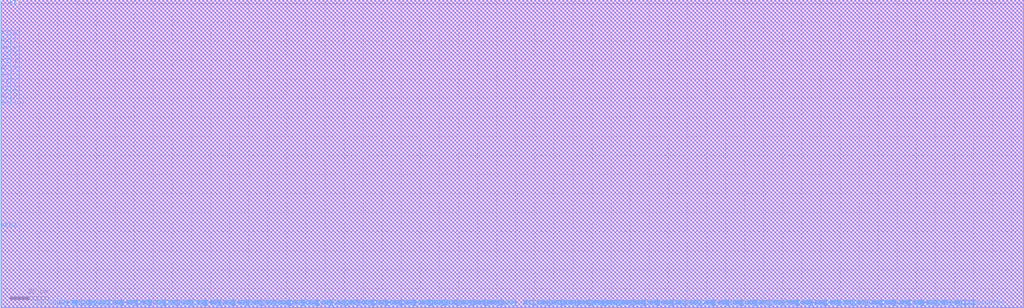
<source format=lef>
VERSION 5.5 ;
NAMESCASESENSITIVE ON ;
BUSBITCHARS "[]" ;
DIVIDERCHAR "/" ;

MACRO SRAM_128x1296_2P
  CLASS BLOCK ;
  SOURCE USER ;
  ORIGIN 0 0 ;
  SIZE 536.256 BY 161.728 ;
  SYMMETRY X Y R90 ;

  PIN CE1
    DIRECTION INPUT ;
    USE SIGNAL ;
    PORT
      LAYER M2 ;
        RECT 519.840 0.000 519.992 0.152 ;
    END
    PORT
      LAYER M3 ;
        RECT 519.840 0.000 519.992 0.152 ;
    END
    PORT
      LAYER M4 ;
        RECT 519.840 0.000 519.992 0.152 ;
    END
    PORT
      LAYER M5 ;
        RECT 519.840 0.000 519.992 0.152 ;
    END
  END CE1

  PIN CSB1
    DIRECTION INPUT ;
    USE SIGNAL ;
    PORT
      LAYER M2 ;
        RECT 513.456 0.000 513.608 0.152 ;
    END
    PORT
      LAYER M3 ;
        RECT 513.456 0.000 513.608 0.152 ;
    END
    PORT
      LAYER M4 ;
        RECT 513.456 0.000 513.608 0.152 ;
    END
    PORT
      LAYER M5 ;
        RECT 513.456 0.000 513.608 0.152 ;
    END
  END CSB1

  PIN OEB1
    DIRECTION INPUT ;
    USE SIGNAL ;
    PORT
      LAYER M2 ;
        RECT 507.072 0.000 507.224 0.152 ;
    END
    PORT
      LAYER M3 ;
        RECT 507.072 0.000 507.224 0.152 ;
    END
    PORT
      LAYER M4 ;
        RECT 507.072 0.000 507.224 0.152 ;
    END
    PORT
      LAYER M5 ;
        RECT 507.072 0.000 507.224 0.152 ;
    END
  END OEB1

  PIN O1[3]
    DIRECTION OUTPUT ;
    USE SIGNAL ;
    PORT
      LAYER M2 ;
        RECT 500.688 0.000 500.840 0.152 ;
    END
    PORT
      LAYER M3 ;
        RECT 500.688 0.000 500.840 0.152 ;
    END
    PORT
      LAYER M4 ;
        RECT 500.688 0.000 500.840 0.152 ;
    END
    PORT
      LAYER M5 ;
        RECT 500.688 0.000 500.840 0.152 ;
    END
  END O1[3]

  PIN O1[2]
    DIRECTION OUTPUT ;
    USE SIGNAL ;
    PORT
      LAYER M2 ;
        RECT 500.384 0.000 500.536 0.152 ;
    END
    PORT
      LAYER M3 ;
        RECT 500.384 0.000 500.536 0.152 ;
    END
    PORT
      LAYER M4 ;
        RECT 500.384 0.000 500.536 0.152 ;
    END
    PORT
      LAYER M5 ;
        RECT 500.384 0.000 500.536 0.152 ;
    END
  END O1[2]

  PIN O1[1]
    DIRECTION OUTPUT ;
    USE SIGNAL ;
    PORT
      LAYER M2 ;
        RECT 500.080 0.000 500.232 0.152 ;
    END
    PORT
      LAYER M3 ;
        RECT 500.080 0.000 500.232 0.152 ;
    END
    PORT
      LAYER M4 ;
        RECT 500.080 0.000 500.232 0.152 ;
    END
    PORT
      LAYER M5 ;
        RECT 500.080 0.000 500.232 0.152 ;
    END
  END O1[1]

  PIN O1[0]
    DIRECTION OUTPUT ;
    USE SIGNAL ;
    PORT
      LAYER M2 ;
        RECT 499.776 0.000 499.928 0.152 ;
    END
    PORT
      LAYER M3 ;
        RECT 499.776 0.000 499.928 0.152 ;
    END
    PORT
      LAYER M4 ;
        RECT 499.776 0.000 499.928 0.152 ;
    END
    PORT
      LAYER M5 ;
        RECT 499.776 0.000 499.928 0.152 ;
    END
  END O1[0]

  PIN O1[7]
    DIRECTION OUTPUT ;
    USE SIGNAL ;
    PORT
      LAYER M2 ;
        RECT 493.392 0.000 493.544 0.152 ;
    END
    PORT
      LAYER M3 ;
        RECT 493.392 0.000 493.544 0.152 ;
    END
    PORT
      LAYER M4 ;
        RECT 493.392 0.000 493.544 0.152 ;
    END
    PORT
      LAYER M5 ;
        RECT 493.392 0.000 493.544 0.152 ;
    END
  END O1[7]

  PIN O1[6]
    DIRECTION OUTPUT ;
    USE SIGNAL ;
    PORT
      LAYER M2 ;
        RECT 493.088 0.000 493.240 0.152 ;
    END
    PORT
      LAYER M3 ;
        RECT 493.088 0.000 493.240 0.152 ;
    END
    PORT
      LAYER M4 ;
        RECT 493.088 0.000 493.240 0.152 ;
    END
    PORT
      LAYER M5 ;
        RECT 493.088 0.000 493.240 0.152 ;
    END
  END O1[6]

  PIN O1[5]
    DIRECTION OUTPUT ;
    USE SIGNAL ;
    PORT
      LAYER M2 ;
        RECT 492.784 0.000 492.936 0.152 ;
    END
    PORT
      LAYER M3 ;
        RECT 492.784 0.000 492.936 0.152 ;
    END
    PORT
      LAYER M4 ;
        RECT 492.784 0.000 492.936 0.152 ;
    END
    PORT
      LAYER M5 ;
        RECT 492.784 0.000 492.936 0.152 ;
    END
  END O1[5]

  PIN O1[4]
    DIRECTION OUTPUT ;
    USE SIGNAL ;
    PORT
      LAYER M2 ;
        RECT 492.480 0.000 492.632 0.152 ;
    END
    PORT
      LAYER M3 ;
        RECT 492.480 0.000 492.632 0.152 ;
    END
    PORT
      LAYER M4 ;
        RECT 492.480 0.000 492.632 0.152 ;
    END
    PORT
      LAYER M5 ;
        RECT 492.480 0.000 492.632 0.152 ;
    END
  END O1[4]

  PIN O1[11]
    DIRECTION OUTPUT ;
    USE SIGNAL ;
    PORT
      LAYER M2 ;
        RECT 486.096 0.000 486.248 0.152 ;
    END
    PORT
      LAYER M3 ;
        RECT 486.096 0.000 486.248 0.152 ;
    END
    PORT
      LAYER M4 ;
        RECT 486.096 0.000 486.248 0.152 ;
    END
    PORT
      LAYER M5 ;
        RECT 486.096 0.000 486.248 0.152 ;
    END
  END O1[11]

  PIN O1[10]
    DIRECTION OUTPUT ;
    USE SIGNAL ;
    PORT
      LAYER M2 ;
        RECT 485.792 0.000 485.944 0.152 ;
    END
    PORT
      LAYER M3 ;
        RECT 485.792 0.000 485.944 0.152 ;
    END
    PORT
      LAYER M4 ;
        RECT 485.792 0.000 485.944 0.152 ;
    END
    PORT
      LAYER M5 ;
        RECT 485.792 0.000 485.944 0.152 ;
    END
  END O1[10]

  PIN O1[9]
    DIRECTION OUTPUT ;
    USE SIGNAL ;
    PORT
      LAYER M2 ;
        RECT 485.488 0.000 485.640 0.152 ;
    END
    PORT
      LAYER M3 ;
        RECT 485.488 0.000 485.640 0.152 ;
    END
    PORT
      LAYER M4 ;
        RECT 485.488 0.000 485.640 0.152 ;
    END
    PORT
      LAYER M5 ;
        RECT 485.488 0.000 485.640 0.152 ;
    END
  END O1[9]

  PIN O1[8]
    DIRECTION OUTPUT ;
    USE SIGNAL ;
    PORT
      LAYER M2 ;
        RECT 485.184 0.000 485.336 0.152 ;
    END
    PORT
      LAYER M3 ;
        RECT 485.184 0.000 485.336 0.152 ;
    END
    PORT
      LAYER M4 ;
        RECT 485.184 0.000 485.336 0.152 ;
    END
    PORT
      LAYER M5 ;
        RECT 485.184 0.000 485.336 0.152 ;
    END
  END O1[8]

  PIN O1[15]
    DIRECTION OUTPUT ;
    USE SIGNAL ;
    PORT
      LAYER M2 ;
        RECT 478.800 0.000 478.952 0.152 ;
    END
    PORT
      LAYER M3 ;
        RECT 478.800 0.000 478.952 0.152 ;
    END
    PORT
      LAYER M4 ;
        RECT 478.800 0.000 478.952 0.152 ;
    END
    PORT
      LAYER M5 ;
        RECT 478.800 0.000 478.952 0.152 ;
    END
  END O1[15]

  PIN O1[14]
    DIRECTION OUTPUT ;
    USE SIGNAL ;
    PORT
      LAYER M2 ;
        RECT 478.496 0.000 478.648 0.152 ;
    END
    PORT
      LAYER M3 ;
        RECT 478.496 0.000 478.648 0.152 ;
    END
    PORT
      LAYER M4 ;
        RECT 478.496 0.000 478.648 0.152 ;
    END
    PORT
      LAYER M5 ;
        RECT 478.496 0.000 478.648 0.152 ;
    END
  END O1[14]

  PIN O1[13]
    DIRECTION OUTPUT ;
    USE SIGNAL ;
    PORT
      LAYER M2 ;
        RECT 478.192 0.000 478.344 0.152 ;
    END
    PORT
      LAYER M3 ;
        RECT 478.192 0.000 478.344 0.152 ;
    END
    PORT
      LAYER M4 ;
        RECT 478.192 0.000 478.344 0.152 ;
    END
    PORT
      LAYER M5 ;
        RECT 478.192 0.000 478.344 0.152 ;
    END
  END O1[13]

  PIN O1[12]
    DIRECTION OUTPUT ;
    USE SIGNAL ;
    PORT
      LAYER M2 ;
        RECT 477.888 0.000 478.040 0.152 ;
    END
    PORT
      LAYER M3 ;
        RECT 477.888 0.000 478.040 0.152 ;
    END
    PORT
      LAYER M4 ;
        RECT 477.888 0.000 478.040 0.152 ;
    END
    PORT
      LAYER M5 ;
        RECT 477.888 0.000 478.040 0.152 ;
    END
  END O1[12]

  PIN O1[19]
    DIRECTION OUTPUT ;
    USE SIGNAL ;
    PORT
      LAYER M2 ;
        RECT 471.504 0.000 471.656 0.152 ;
    END
    PORT
      LAYER M3 ;
        RECT 471.504 0.000 471.656 0.152 ;
    END
    PORT
      LAYER M4 ;
        RECT 471.504 0.000 471.656 0.152 ;
    END
    PORT
      LAYER M5 ;
        RECT 471.504 0.000 471.656 0.152 ;
    END
  END O1[19]

  PIN O1[18]
    DIRECTION OUTPUT ;
    USE SIGNAL ;
    PORT
      LAYER M2 ;
        RECT 471.200 0.000 471.352 0.152 ;
    END
    PORT
      LAYER M3 ;
        RECT 471.200 0.000 471.352 0.152 ;
    END
    PORT
      LAYER M4 ;
        RECT 471.200 0.000 471.352 0.152 ;
    END
    PORT
      LAYER M5 ;
        RECT 471.200 0.000 471.352 0.152 ;
    END
  END O1[18]

  PIN O1[17]
    DIRECTION OUTPUT ;
    USE SIGNAL ;
    PORT
      LAYER M2 ;
        RECT 470.896 0.000 471.048 0.152 ;
    END
    PORT
      LAYER M3 ;
        RECT 470.896 0.000 471.048 0.152 ;
    END
    PORT
      LAYER M4 ;
        RECT 470.896 0.000 471.048 0.152 ;
    END
    PORT
      LAYER M5 ;
        RECT 470.896 0.000 471.048 0.152 ;
    END
  END O1[17]

  PIN O1[16]
    DIRECTION OUTPUT ;
    USE SIGNAL ;
    PORT
      LAYER M2 ;
        RECT 470.592 0.000 470.744 0.152 ;
    END
    PORT
      LAYER M3 ;
        RECT 470.592 0.000 470.744 0.152 ;
    END
    PORT
      LAYER M4 ;
        RECT 470.592 0.000 470.744 0.152 ;
    END
    PORT
      LAYER M5 ;
        RECT 470.592 0.000 470.744 0.152 ;
    END
  END O1[16]

  PIN O1[23]
    DIRECTION OUTPUT ;
    USE SIGNAL ;
    PORT
      LAYER M2 ;
        RECT 464.208 0.000 464.360 0.152 ;
    END
    PORT
      LAYER M3 ;
        RECT 464.208 0.000 464.360 0.152 ;
    END
    PORT
      LAYER M4 ;
        RECT 464.208 0.000 464.360 0.152 ;
    END
    PORT
      LAYER M5 ;
        RECT 464.208 0.000 464.360 0.152 ;
    END
  END O1[23]

  PIN O1[22]
    DIRECTION OUTPUT ;
    USE SIGNAL ;
    PORT
      LAYER M2 ;
        RECT 463.904 0.000 464.056 0.152 ;
    END
    PORT
      LAYER M3 ;
        RECT 463.904 0.000 464.056 0.152 ;
    END
    PORT
      LAYER M4 ;
        RECT 463.904 0.000 464.056 0.152 ;
    END
    PORT
      LAYER M5 ;
        RECT 463.904 0.000 464.056 0.152 ;
    END
  END O1[22]

  PIN O1[21]
    DIRECTION OUTPUT ;
    USE SIGNAL ;
    PORT
      LAYER M2 ;
        RECT 463.600 0.000 463.752 0.152 ;
    END
    PORT
      LAYER M3 ;
        RECT 463.600 0.000 463.752 0.152 ;
    END
    PORT
      LAYER M4 ;
        RECT 463.600 0.000 463.752 0.152 ;
    END
    PORT
      LAYER M5 ;
        RECT 463.600 0.000 463.752 0.152 ;
    END
  END O1[21]

  PIN O1[20]
    DIRECTION OUTPUT ;
    USE SIGNAL ;
    PORT
      LAYER M2 ;
        RECT 463.296 0.000 463.448 0.152 ;
    END
    PORT
      LAYER M3 ;
        RECT 463.296 0.000 463.448 0.152 ;
    END
    PORT
      LAYER M4 ;
        RECT 463.296 0.000 463.448 0.152 ;
    END
    PORT
      LAYER M5 ;
        RECT 463.296 0.000 463.448 0.152 ;
    END
  END O1[20]

  PIN O1[27]
    DIRECTION OUTPUT ;
    USE SIGNAL ;
    PORT
      LAYER M2 ;
        RECT 456.912 0.000 457.064 0.152 ;
    END
    PORT
      LAYER M3 ;
        RECT 456.912 0.000 457.064 0.152 ;
    END
    PORT
      LAYER M4 ;
        RECT 456.912 0.000 457.064 0.152 ;
    END
    PORT
      LAYER M5 ;
        RECT 456.912 0.000 457.064 0.152 ;
    END
  END O1[27]

  PIN O1[26]
    DIRECTION OUTPUT ;
    USE SIGNAL ;
    PORT
      LAYER M2 ;
        RECT 456.608 0.000 456.760 0.152 ;
    END
    PORT
      LAYER M3 ;
        RECT 456.608 0.000 456.760 0.152 ;
    END
    PORT
      LAYER M4 ;
        RECT 456.608 0.000 456.760 0.152 ;
    END
    PORT
      LAYER M5 ;
        RECT 456.608 0.000 456.760 0.152 ;
    END
  END O1[26]

  PIN O1[25]
    DIRECTION OUTPUT ;
    USE SIGNAL ;
    PORT
      LAYER M2 ;
        RECT 456.304 0.000 456.456 0.152 ;
    END
    PORT
      LAYER M3 ;
        RECT 456.304 0.000 456.456 0.152 ;
    END
    PORT
      LAYER M4 ;
        RECT 456.304 0.000 456.456 0.152 ;
    END
    PORT
      LAYER M5 ;
        RECT 456.304 0.000 456.456 0.152 ;
    END
  END O1[25]

  PIN O1[24]
    DIRECTION OUTPUT ;
    USE SIGNAL ;
    PORT
      LAYER M2 ;
        RECT 456.000 0.000 456.152 0.152 ;
    END
    PORT
      LAYER M3 ;
        RECT 456.000 0.000 456.152 0.152 ;
    END
    PORT
      LAYER M4 ;
        RECT 456.000 0.000 456.152 0.152 ;
    END
    PORT
      LAYER M5 ;
        RECT 456.000 0.000 456.152 0.152 ;
    END
  END O1[24]

  PIN O1[31]
    DIRECTION OUTPUT ;
    USE SIGNAL ;
    PORT
      LAYER M2 ;
        RECT 449.616 0.000 449.768 0.152 ;
    END
    PORT
      LAYER M3 ;
        RECT 449.616 0.000 449.768 0.152 ;
    END
    PORT
      LAYER M4 ;
        RECT 449.616 0.000 449.768 0.152 ;
    END
    PORT
      LAYER M5 ;
        RECT 449.616 0.000 449.768 0.152 ;
    END
  END O1[31]

  PIN O1[30]
    DIRECTION OUTPUT ;
    USE SIGNAL ;
    PORT
      LAYER M2 ;
        RECT 449.312 0.000 449.464 0.152 ;
    END
    PORT
      LAYER M3 ;
        RECT 449.312 0.000 449.464 0.152 ;
    END
    PORT
      LAYER M4 ;
        RECT 449.312 0.000 449.464 0.152 ;
    END
    PORT
      LAYER M5 ;
        RECT 449.312 0.000 449.464 0.152 ;
    END
  END O1[30]

  PIN O1[29]
    DIRECTION OUTPUT ;
    USE SIGNAL ;
    PORT
      LAYER M2 ;
        RECT 449.008 0.000 449.160 0.152 ;
    END
    PORT
      LAYER M3 ;
        RECT 449.008 0.000 449.160 0.152 ;
    END
    PORT
      LAYER M4 ;
        RECT 449.008 0.000 449.160 0.152 ;
    END
    PORT
      LAYER M5 ;
        RECT 449.008 0.000 449.160 0.152 ;
    END
  END O1[29]

  PIN O1[28]
    DIRECTION OUTPUT ;
    USE SIGNAL ;
    PORT
      LAYER M2 ;
        RECT 448.704 0.000 448.856 0.152 ;
    END
    PORT
      LAYER M3 ;
        RECT 448.704 0.000 448.856 0.152 ;
    END
    PORT
      LAYER M4 ;
        RECT 448.704 0.000 448.856 0.152 ;
    END
    PORT
      LAYER M5 ;
        RECT 448.704 0.000 448.856 0.152 ;
    END
  END O1[28]

  PIN O1[35]
    DIRECTION OUTPUT ;
    USE SIGNAL ;
    PORT
      LAYER M2 ;
        RECT 442.320 0.000 442.472 0.152 ;
    END
    PORT
      LAYER M3 ;
        RECT 442.320 0.000 442.472 0.152 ;
    END
    PORT
      LAYER M4 ;
        RECT 442.320 0.000 442.472 0.152 ;
    END
    PORT
      LAYER M5 ;
        RECT 442.320 0.000 442.472 0.152 ;
    END
  END O1[35]

  PIN O1[34]
    DIRECTION OUTPUT ;
    USE SIGNAL ;
    PORT
      LAYER M2 ;
        RECT 442.016 0.000 442.168 0.152 ;
    END
    PORT
      LAYER M3 ;
        RECT 442.016 0.000 442.168 0.152 ;
    END
    PORT
      LAYER M4 ;
        RECT 442.016 0.000 442.168 0.152 ;
    END
    PORT
      LAYER M5 ;
        RECT 442.016 0.000 442.168 0.152 ;
    END
  END O1[34]

  PIN O1[33]
    DIRECTION OUTPUT ;
    USE SIGNAL ;
    PORT
      LAYER M2 ;
        RECT 441.712 0.000 441.864 0.152 ;
    END
    PORT
      LAYER M3 ;
        RECT 441.712 0.000 441.864 0.152 ;
    END
    PORT
      LAYER M4 ;
        RECT 441.712 0.000 441.864 0.152 ;
    END
    PORT
      LAYER M5 ;
        RECT 441.712 0.000 441.864 0.152 ;
    END
  END O1[33]

  PIN O1[32]
    DIRECTION OUTPUT ;
    USE SIGNAL ;
    PORT
      LAYER M2 ;
        RECT 441.408 0.000 441.560 0.152 ;
    END
    PORT
      LAYER M3 ;
        RECT 441.408 0.000 441.560 0.152 ;
    END
    PORT
      LAYER M4 ;
        RECT 441.408 0.000 441.560 0.152 ;
    END
    PORT
      LAYER M5 ;
        RECT 441.408 0.000 441.560 0.152 ;
    END
  END O1[32]

  PIN O1[39]
    DIRECTION OUTPUT ;
    USE SIGNAL ;
    PORT
      LAYER M2 ;
        RECT 435.024 0.000 435.176 0.152 ;
    END
    PORT
      LAYER M3 ;
        RECT 435.024 0.000 435.176 0.152 ;
    END
    PORT
      LAYER M4 ;
        RECT 435.024 0.000 435.176 0.152 ;
    END
    PORT
      LAYER M5 ;
        RECT 435.024 0.000 435.176 0.152 ;
    END
  END O1[39]

  PIN O1[38]
    DIRECTION OUTPUT ;
    USE SIGNAL ;
    PORT
      LAYER M2 ;
        RECT 434.720 0.000 434.872 0.152 ;
    END
    PORT
      LAYER M3 ;
        RECT 434.720 0.000 434.872 0.152 ;
    END
    PORT
      LAYER M4 ;
        RECT 434.720 0.000 434.872 0.152 ;
    END
    PORT
      LAYER M5 ;
        RECT 434.720 0.000 434.872 0.152 ;
    END
  END O1[38]

  PIN O1[37]
    DIRECTION OUTPUT ;
    USE SIGNAL ;
    PORT
      LAYER M2 ;
        RECT 434.416 0.000 434.568 0.152 ;
    END
    PORT
      LAYER M3 ;
        RECT 434.416 0.000 434.568 0.152 ;
    END
    PORT
      LAYER M4 ;
        RECT 434.416 0.000 434.568 0.152 ;
    END
    PORT
      LAYER M5 ;
        RECT 434.416 0.000 434.568 0.152 ;
    END
  END O1[37]

  PIN O1[36]
    DIRECTION OUTPUT ;
    USE SIGNAL ;
    PORT
      LAYER M2 ;
        RECT 434.112 0.000 434.264 0.152 ;
    END
    PORT
      LAYER M3 ;
        RECT 434.112 0.000 434.264 0.152 ;
    END
    PORT
      LAYER M4 ;
        RECT 434.112 0.000 434.264 0.152 ;
    END
    PORT
      LAYER M5 ;
        RECT 434.112 0.000 434.264 0.152 ;
    END
  END O1[36]

  PIN O1[43]
    DIRECTION OUTPUT ;
    USE SIGNAL ;
    PORT
      LAYER M2 ;
        RECT 427.728 0.000 427.880 0.152 ;
    END
    PORT
      LAYER M3 ;
        RECT 427.728 0.000 427.880 0.152 ;
    END
    PORT
      LAYER M4 ;
        RECT 427.728 0.000 427.880 0.152 ;
    END
    PORT
      LAYER M5 ;
        RECT 427.728 0.000 427.880 0.152 ;
    END
  END O1[43]

  PIN O1[42]
    DIRECTION OUTPUT ;
    USE SIGNAL ;
    PORT
      LAYER M2 ;
        RECT 427.424 0.000 427.576 0.152 ;
    END
    PORT
      LAYER M3 ;
        RECT 427.424 0.000 427.576 0.152 ;
    END
    PORT
      LAYER M4 ;
        RECT 427.424 0.000 427.576 0.152 ;
    END
    PORT
      LAYER M5 ;
        RECT 427.424 0.000 427.576 0.152 ;
    END
  END O1[42]

  PIN O1[41]
    DIRECTION OUTPUT ;
    USE SIGNAL ;
    PORT
      LAYER M2 ;
        RECT 427.120 0.000 427.272 0.152 ;
    END
    PORT
      LAYER M3 ;
        RECT 427.120 0.000 427.272 0.152 ;
    END
    PORT
      LAYER M4 ;
        RECT 427.120 0.000 427.272 0.152 ;
    END
    PORT
      LAYER M5 ;
        RECT 427.120 0.000 427.272 0.152 ;
    END
  END O1[41]

  PIN O1[40]
    DIRECTION OUTPUT ;
    USE SIGNAL ;
    PORT
      LAYER M2 ;
        RECT 426.816 0.000 426.968 0.152 ;
    END
    PORT
      LAYER M3 ;
        RECT 426.816 0.000 426.968 0.152 ;
    END
    PORT
      LAYER M4 ;
        RECT 426.816 0.000 426.968 0.152 ;
    END
    PORT
      LAYER M5 ;
        RECT 426.816 0.000 426.968 0.152 ;
    END
  END O1[40]

  PIN O1[47]
    DIRECTION OUTPUT ;
    USE SIGNAL ;
    PORT
      LAYER M2 ;
        RECT 420.432 0.000 420.584 0.152 ;
    END
    PORT
      LAYER M3 ;
        RECT 420.432 0.000 420.584 0.152 ;
    END
    PORT
      LAYER M4 ;
        RECT 420.432 0.000 420.584 0.152 ;
    END
    PORT
      LAYER M5 ;
        RECT 420.432 0.000 420.584 0.152 ;
    END
  END O1[47]

  PIN O1[46]
    DIRECTION OUTPUT ;
    USE SIGNAL ;
    PORT
      LAYER M2 ;
        RECT 420.128 0.000 420.280 0.152 ;
    END
    PORT
      LAYER M3 ;
        RECT 420.128 0.000 420.280 0.152 ;
    END
    PORT
      LAYER M4 ;
        RECT 420.128 0.000 420.280 0.152 ;
    END
    PORT
      LAYER M5 ;
        RECT 420.128 0.000 420.280 0.152 ;
    END
  END O1[46]

  PIN O1[45]
    DIRECTION OUTPUT ;
    USE SIGNAL ;
    PORT
      LAYER M2 ;
        RECT 419.824 0.000 419.976 0.152 ;
    END
    PORT
      LAYER M3 ;
        RECT 419.824 0.000 419.976 0.152 ;
    END
    PORT
      LAYER M4 ;
        RECT 419.824 0.000 419.976 0.152 ;
    END
    PORT
      LAYER M5 ;
        RECT 419.824 0.000 419.976 0.152 ;
    END
  END O1[45]

  PIN O1[44]
    DIRECTION OUTPUT ;
    USE SIGNAL ;
    PORT
      LAYER M2 ;
        RECT 419.520 0.000 419.672 0.152 ;
    END
    PORT
      LAYER M3 ;
        RECT 419.520 0.000 419.672 0.152 ;
    END
    PORT
      LAYER M4 ;
        RECT 419.520 0.000 419.672 0.152 ;
    END
    PORT
      LAYER M5 ;
        RECT 419.520 0.000 419.672 0.152 ;
    END
  END O1[44]

  PIN O1[51]
    DIRECTION OUTPUT ;
    USE SIGNAL ;
    PORT
      LAYER M2 ;
        RECT 413.136 0.000 413.288 0.152 ;
    END
    PORT
      LAYER M3 ;
        RECT 413.136 0.000 413.288 0.152 ;
    END
    PORT
      LAYER M4 ;
        RECT 413.136 0.000 413.288 0.152 ;
    END
    PORT
      LAYER M5 ;
        RECT 413.136 0.000 413.288 0.152 ;
    END
  END O1[51]

  PIN O1[50]
    DIRECTION OUTPUT ;
    USE SIGNAL ;
    PORT
      LAYER M2 ;
        RECT 412.832 0.000 412.984 0.152 ;
    END
    PORT
      LAYER M3 ;
        RECT 412.832 0.000 412.984 0.152 ;
    END
    PORT
      LAYER M4 ;
        RECT 412.832 0.000 412.984 0.152 ;
    END
    PORT
      LAYER M5 ;
        RECT 412.832 0.000 412.984 0.152 ;
    END
  END O1[50]

  PIN O1[49]
    DIRECTION OUTPUT ;
    USE SIGNAL ;
    PORT
      LAYER M2 ;
        RECT 412.528 0.000 412.680 0.152 ;
    END
    PORT
      LAYER M3 ;
        RECT 412.528 0.000 412.680 0.152 ;
    END
    PORT
      LAYER M4 ;
        RECT 412.528 0.000 412.680 0.152 ;
    END
    PORT
      LAYER M5 ;
        RECT 412.528 0.000 412.680 0.152 ;
    END
  END O1[49]

  PIN O1[48]
    DIRECTION OUTPUT ;
    USE SIGNAL ;
    PORT
      LAYER M2 ;
        RECT 412.224 0.000 412.376 0.152 ;
    END
    PORT
      LAYER M3 ;
        RECT 412.224 0.000 412.376 0.152 ;
    END
    PORT
      LAYER M4 ;
        RECT 412.224 0.000 412.376 0.152 ;
    END
    PORT
      LAYER M5 ;
        RECT 412.224 0.000 412.376 0.152 ;
    END
  END O1[48]

  PIN O1[55]
    DIRECTION OUTPUT ;
    USE SIGNAL ;
    PORT
      LAYER M2 ;
        RECT 405.840 0.000 405.992 0.152 ;
    END
    PORT
      LAYER M3 ;
        RECT 405.840 0.000 405.992 0.152 ;
    END
    PORT
      LAYER M4 ;
        RECT 405.840 0.000 405.992 0.152 ;
    END
    PORT
      LAYER M5 ;
        RECT 405.840 0.000 405.992 0.152 ;
    END
  END O1[55]

  PIN O1[54]
    DIRECTION OUTPUT ;
    USE SIGNAL ;
    PORT
      LAYER M2 ;
        RECT 405.536 0.000 405.688 0.152 ;
    END
    PORT
      LAYER M3 ;
        RECT 405.536 0.000 405.688 0.152 ;
    END
    PORT
      LAYER M4 ;
        RECT 405.536 0.000 405.688 0.152 ;
    END
    PORT
      LAYER M5 ;
        RECT 405.536 0.000 405.688 0.152 ;
    END
  END O1[54]

  PIN O1[53]
    DIRECTION OUTPUT ;
    USE SIGNAL ;
    PORT
      LAYER M2 ;
        RECT 405.232 0.000 405.384 0.152 ;
    END
    PORT
      LAYER M3 ;
        RECT 405.232 0.000 405.384 0.152 ;
    END
    PORT
      LAYER M4 ;
        RECT 405.232 0.000 405.384 0.152 ;
    END
    PORT
      LAYER M5 ;
        RECT 405.232 0.000 405.384 0.152 ;
    END
  END O1[53]

  PIN O1[52]
    DIRECTION OUTPUT ;
    USE SIGNAL ;
    PORT
      LAYER M2 ;
        RECT 404.928 0.000 405.080 0.152 ;
    END
    PORT
      LAYER M3 ;
        RECT 404.928 0.000 405.080 0.152 ;
    END
    PORT
      LAYER M4 ;
        RECT 404.928 0.000 405.080 0.152 ;
    END
    PORT
      LAYER M5 ;
        RECT 404.928 0.000 405.080 0.152 ;
    END
  END O1[52]

  PIN O1[59]
    DIRECTION OUTPUT ;
    USE SIGNAL ;
    PORT
      LAYER M2 ;
        RECT 398.544 0.000 398.696 0.152 ;
    END
    PORT
      LAYER M3 ;
        RECT 398.544 0.000 398.696 0.152 ;
    END
    PORT
      LAYER M4 ;
        RECT 398.544 0.000 398.696 0.152 ;
    END
    PORT
      LAYER M5 ;
        RECT 398.544 0.000 398.696 0.152 ;
    END
  END O1[59]

  PIN O1[58]
    DIRECTION OUTPUT ;
    USE SIGNAL ;
    PORT
      LAYER M2 ;
        RECT 398.240 0.000 398.392 0.152 ;
    END
    PORT
      LAYER M3 ;
        RECT 398.240 0.000 398.392 0.152 ;
    END
    PORT
      LAYER M4 ;
        RECT 398.240 0.000 398.392 0.152 ;
    END
    PORT
      LAYER M5 ;
        RECT 398.240 0.000 398.392 0.152 ;
    END
  END O1[58]

  PIN O1[57]
    DIRECTION OUTPUT ;
    USE SIGNAL ;
    PORT
      LAYER M2 ;
        RECT 397.936 0.000 398.088 0.152 ;
    END
    PORT
      LAYER M3 ;
        RECT 397.936 0.000 398.088 0.152 ;
    END
    PORT
      LAYER M4 ;
        RECT 397.936 0.000 398.088 0.152 ;
    END
    PORT
      LAYER M5 ;
        RECT 397.936 0.000 398.088 0.152 ;
    END
  END O1[57]

  PIN O1[56]
    DIRECTION OUTPUT ;
    USE SIGNAL ;
    PORT
      LAYER M2 ;
        RECT 397.632 0.000 397.784 0.152 ;
    END
    PORT
      LAYER M3 ;
        RECT 397.632 0.000 397.784 0.152 ;
    END
    PORT
      LAYER M4 ;
        RECT 397.632 0.000 397.784 0.152 ;
    END
    PORT
      LAYER M5 ;
        RECT 397.632 0.000 397.784 0.152 ;
    END
  END O1[56]

  PIN O1[63]
    DIRECTION OUTPUT ;
    USE SIGNAL ;
    PORT
      LAYER M2 ;
        RECT 391.248 0.000 391.400 0.152 ;
    END
    PORT
      LAYER M3 ;
        RECT 391.248 0.000 391.400 0.152 ;
    END
    PORT
      LAYER M4 ;
        RECT 391.248 0.000 391.400 0.152 ;
    END
    PORT
      LAYER M5 ;
        RECT 391.248 0.000 391.400 0.152 ;
    END
  END O1[63]

  PIN O1[62]
    DIRECTION OUTPUT ;
    USE SIGNAL ;
    PORT
      LAYER M2 ;
        RECT 390.944 0.000 391.096 0.152 ;
    END
    PORT
      LAYER M3 ;
        RECT 390.944 0.000 391.096 0.152 ;
    END
    PORT
      LAYER M4 ;
        RECT 390.944 0.000 391.096 0.152 ;
    END
    PORT
      LAYER M5 ;
        RECT 390.944 0.000 391.096 0.152 ;
    END
  END O1[62]

  PIN O1[61]
    DIRECTION OUTPUT ;
    USE SIGNAL ;
    PORT
      LAYER M2 ;
        RECT 390.640 0.000 390.792 0.152 ;
    END
    PORT
      LAYER M3 ;
        RECT 390.640 0.000 390.792 0.152 ;
    END
    PORT
      LAYER M4 ;
        RECT 390.640 0.000 390.792 0.152 ;
    END
    PORT
      LAYER M5 ;
        RECT 390.640 0.000 390.792 0.152 ;
    END
  END O1[61]

  PIN O1[60]
    DIRECTION OUTPUT ;
    USE SIGNAL ;
    PORT
      LAYER M2 ;
        RECT 390.336 0.000 390.488 0.152 ;
    END
    PORT
      LAYER M3 ;
        RECT 390.336 0.000 390.488 0.152 ;
    END
    PORT
      LAYER M4 ;
        RECT 390.336 0.000 390.488 0.152 ;
    END
    PORT
      LAYER M5 ;
        RECT 390.336 0.000 390.488 0.152 ;
    END
  END O1[60]

  PIN O1[67]
    DIRECTION OUTPUT ;
    USE SIGNAL ;
    PORT
      LAYER M2 ;
        RECT 383.952 0.000 384.104 0.152 ;
    END
    PORT
      LAYER M3 ;
        RECT 383.952 0.000 384.104 0.152 ;
    END
    PORT
      LAYER M4 ;
        RECT 383.952 0.000 384.104 0.152 ;
    END
    PORT
      LAYER M5 ;
        RECT 383.952 0.000 384.104 0.152 ;
    END
  END O1[67]

  PIN O1[66]
    DIRECTION OUTPUT ;
    USE SIGNAL ;
    PORT
      LAYER M2 ;
        RECT 383.648 0.000 383.800 0.152 ;
    END
    PORT
      LAYER M3 ;
        RECT 383.648 0.000 383.800 0.152 ;
    END
    PORT
      LAYER M4 ;
        RECT 383.648 0.000 383.800 0.152 ;
    END
    PORT
      LAYER M5 ;
        RECT 383.648 0.000 383.800 0.152 ;
    END
  END O1[66]

  PIN O1[65]
    DIRECTION OUTPUT ;
    USE SIGNAL ;
    PORT
      LAYER M2 ;
        RECT 383.344 0.000 383.496 0.152 ;
    END
    PORT
      LAYER M3 ;
        RECT 383.344 0.000 383.496 0.152 ;
    END
    PORT
      LAYER M4 ;
        RECT 383.344 0.000 383.496 0.152 ;
    END
    PORT
      LAYER M5 ;
        RECT 383.344 0.000 383.496 0.152 ;
    END
  END O1[65]

  PIN O1[64]
    DIRECTION OUTPUT ;
    USE SIGNAL ;
    PORT
      LAYER M2 ;
        RECT 383.040 0.000 383.192 0.152 ;
    END
    PORT
      LAYER M3 ;
        RECT 383.040 0.000 383.192 0.152 ;
    END
    PORT
      LAYER M4 ;
        RECT 383.040 0.000 383.192 0.152 ;
    END
    PORT
      LAYER M5 ;
        RECT 383.040 0.000 383.192 0.152 ;
    END
  END O1[64]

  PIN O1[71]
    DIRECTION OUTPUT ;
    USE SIGNAL ;
    PORT
      LAYER M2 ;
        RECT 376.656 0.000 376.808 0.152 ;
    END
    PORT
      LAYER M3 ;
        RECT 376.656 0.000 376.808 0.152 ;
    END
    PORT
      LAYER M4 ;
        RECT 376.656 0.000 376.808 0.152 ;
    END
    PORT
      LAYER M5 ;
        RECT 376.656 0.000 376.808 0.152 ;
    END
  END O1[71]

  PIN O1[70]
    DIRECTION OUTPUT ;
    USE SIGNAL ;
    PORT
      LAYER M2 ;
        RECT 376.352 0.000 376.504 0.152 ;
    END
    PORT
      LAYER M3 ;
        RECT 376.352 0.000 376.504 0.152 ;
    END
    PORT
      LAYER M4 ;
        RECT 376.352 0.000 376.504 0.152 ;
    END
    PORT
      LAYER M5 ;
        RECT 376.352 0.000 376.504 0.152 ;
    END
  END O1[70]

  PIN O1[69]
    DIRECTION OUTPUT ;
    USE SIGNAL ;
    PORT
      LAYER M2 ;
        RECT 376.048 0.000 376.200 0.152 ;
    END
    PORT
      LAYER M3 ;
        RECT 376.048 0.000 376.200 0.152 ;
    END
    PORT
      LAYER M4 ;
        RECT 376.048 0.000 376.200 0.152 ;
    END
    PORT
      LAYER M5 ;
        RECT 376.048 0.000 376.200 0.152 ;
    END
  END O1[69]

  PIN O1[68]
    DIRECTION OUTPUT ;
    USE SIGNAL ;
    PORT
      LAYER M2 ;
        RECT 375.744 0.000 375.896 0.152 ;
    END
    PORT
      LAYER M3 ;
        RECT 375.744 0.000 375.896 0.152 ;
    END
    PORT
      LAYER M4 ;
        RECT 375.744 0.000 375.896 0.152 ;
    END
    PORT
      LAYER M5 ;
        RECT 375.744 0.000 375.896 0.152 ;
    END
  END O1[68]

  PIN O1[75]
    DIRECTION OUTPUT ;
    USE SIGNAL ;
    PORT
      LAYER M2 ;
        RECT 369.360 0.000 369.512 0.152 ;
    END
    PORT
      LAYER M3 ;
        RECT 369.360 0.000 369.512 0.152 ;
    END
    PORT
      LAYER M4 ;
        RECT 369.360 0.000 369.512 0.152 ;
    END
    PORT
      LAYER M5 ;
        RECT 369.360 0.000 369.512 0.152 ;
    END
  END O1[75]

  PIN O1[74]
    DIRECTION OUTPUT ;
    USE SIGNAL ;
    PORT
      LAYER M2 ;
        RECT 369.056 0.000 369.208 0.152 ;
    END
    PORT
      LAYER M3 ;
        RECT 369.056 0.000 369.208 0.152 ;
    END
    PORT
      LAYER M4 ;
        RECT 369.056 0.000 369.208 0.152 ;
    END
    PORT
      LAYER M5 ;
        RECT 369.056 0.000 369.208 0.152 ;
    END
  END O1[74]

  PIN O1[73]
    DIRECTION OUTPUT ;
    USE SIGNAL ;
    PORT
      LAYER M2 ;
        RECT 368.752 0.000 368.904 0.152 ;
    END
    PORT
      LAYER M3 ;
        RECT 368.752 0.000 368.904 0.152 ;
    END
    PORT
      LAYER M4 ;
        RECT 368.752 0.000 368.904 0.152 ;
    END
    PORT
      LAYER M5 ;
        RECT 368.752 0.000 368.904 0.152 ;
    END
  END O1[73]

  PIN O1[72]
    DIRECTION OUTPUT ;
    USE SIGNAL ;
    PORT
      LAYER M2 ;
        RECT 368.448 0.000 368.600 0.152 ;
    END
    PORT
      LAYER M3 ;
        RECT 368.448 0.000 368.600 0.152 ;
    END
    PORT
      LAYER M4 ;
        RECT 368.448 0.000 368.600 0.152 ;
    END
    PORT
      LAYER M5 ;
        RECT 368.448 0.000 368.600 0.152 ;
    END
  END O1[72]

  PIN O1[79]
    DIRECTION OUTPUT ;
    USE SIGNAL ;
    PORT
      LAYER M2 ;
        RECT 362.064 0.000 362.216 0.152 ;
    END
    PORT
      LAYER M3 ;
        RECT 362.064 0.000 362.216 0.152 ;
    END
    PORT
      LAYER M4 ;
        RECT 362.064 0.000 362.216 0.152 ;
    END
    PORT
      LAYER M5 ;
        RECT 362.064 0.000 362.216 0.152 ;
    END
  END O1[79]

  PIN O1[78]
    DIRECTION OUTPUT ;
    USE SIGNAL ;
    PORT
      LAYER M2 ;
        RECT 361.760 0.000 361.912 0.152 ;
    END
    PORT
      LAYER M3 ;
        RECT 361.760 0.000 361.912 0.152 ;
    END
    PORT
      LAYER M4 ;
        RECT 361.760 0.000 361.912 0.152 ;
    END
    PORT
      LAYER M5 ;
        RECT 361.760 0.000 361.912 0.152 ;
    END
  END O1[78]

  PIN O1[77]
    DIRECTION OUTPUT ;
    USE SIGNAL ;
    PORT
      LAYER M2 ;
        RECT 361.456 0.000 361.608 0.152 ;
    END
    PORT
      LAYER M3 ;
        RECT 361.456 0.000 361.608 0.152 ;
    END
    PORT
      LAYER M4 ;
        RECT 361.456 0.000 361.608 0.152 ;
    END
    PORT
      LAYER M5 ;
        RECT 361.456 0.000 361.608 0.152 ;
    END
  END O1[77]

  PIN O1[76]
    DIRECTION OUTPUT ;
    USE SIGNAL ;
    PORT
      LAYER M2 ;
        RECT 361.152 0.000 361.304 0.152 ;
    END
    PORT
      LAYER M3 ;
        RECT 361.152 0.000 361.304 0.152 ;
    END
    PORT
      LAYER M4 ;
        RECT 361.152 0.000 361.304 0.152 ;
    END
    PORT
      LAYER M5 ;
        RECT 361.152 0.000 361.304 0.152 ;
    END
  END O1[76]

  PIN O1[83]
    DIRECTION OUTPUT ;
    USE SIGNAL ;
    PORT
      LAYER M2 ;
        RECT 354.768 0.000 354.920 0.152 ;
    END
    PORT
      LAYER M3 ;
        RECT 354.768 0.000 354.920 0.152 ;
    END
    PORT
      LAYER M4 ;
        RECT 354.768 0.000 354.920 0.152 ;
    END
    PORT
      LAYER M5 ;
        RECT 354.768 0.000 354.920 0.152 ;
    END
  END O1[83]

  PIN O1[82]
    DIRECTION OUTPUT ;
    USE SIGNAL ;
    PORT
      LAYER M2 ;
        RECT 354.464 0.000 354.616 0.152 ;
    END
    PORT
      LAYER M3 ;
        RECT 354.464 0.000 354.616 0.152 ;
    END
    PORT
      LAYER M4 ;
        RECT 354.464 0.000 354.616 0.152 ;
    END
    PORT
      LAYER M5 ;
        RECT 354.464 0.000 354.616 0.152 ;
    END
  END O1[82]

  PIN O1[81]
    DIRECTION OUTPUT ;
    USE SIGNAL ;
    PORT
      LAYER M2 ;
        RECT 354.160 0.000 354.312 0.152 ;
    END
    PORT
      LAYER M3 ;
        RECT 354.160 0.000 354.312 0.152 ;
    END
    PORT
      LAYER M4 ;
        RECT 354.160 0.000 354.312 0.152 ;
    END
    PORT
      LAYER M5 ;
        RECT 354.160 0.000 354.312 0.152 ;
    END
  END O1[81]

  PIN O1[80]
    DIRECTION OUTPUT ;
    USE SIGNAL ;
    PORT
      LAYER M2 ;
        RECT 353.856 0.000 354.008 0.152 ;
    END
    PORT
      LAYER M3 ;
        RECT 353.856 0.000 354.008 0.152 ;
    END
    PORT
      LAYER M4 ;
        RECT 353.856 0.000 354.008 0.152 ;
    END
    PORT
      LAYER M5 ;
        RECT 353.856 0.000 354.008 0.152 ;
    END
  END O1[80]

  PIN O1[87]
    DIRECTION OUTPUT ;
    USE SIGNAL ;
    PORT
      LAYER M2 ;
        RECT 347.472 0.000 347.624 0.152 ;
    END
    PORT
      LAYER M3 ;
        RECT 347.472 0.000 347.624 0.152 ;
    END
    PORT
      LAYER M4 ;
        RECT 347.472 0.000 347.624 0.152 ;
    END
    PORT
      LAYER M5 ;
        RECT 347.472 0.000 347.624 0.152 ;
    END
  END O1[87]

  PIN O1[86]
    DIRECTION OUTPUT ;
    USE SIGNAL ;
    PORT
      LAYER M2 ;
        RECT 347.168 0.000 347.320 0.152 ;
    END
    PORT
      LAYER M3 ;
        RECT 347.168 0.000 347.320 0.152 ;
    END
    PORT
      LAYER M4 ;
        RECT 347.168 0.000 347.320 0.152 ;
    END
    PORT
      LAYER M5 ;
        RECT 347.168 0.000 347.320 0.152 ;
    END
  END O1[86]

  PIN O1[85]
    DIRECTION OUTPUT ;
    USE SIGNAL ;
    PORT
      LAYER M2 ;
        RECT 346.864 0.000 347.016 0.152 ;
    END
    PORT
      LAYER M3 ;
        RECT 346.864 0.000 347.016 0.152 ;
    END
    PORT
      LAYER M4 ;
        RECT 346.864 0.000 347.016 0.152 ;
    END
    PORT
      LAYER M5 ;
        RECT 346.864 0.000 347.016 0.152 ;
    END
  END O1[85]

  PIN O1[84]
    DIRECTION OUTPUT ;
    USE SIGNAL ;
    PORT
      LAYER M2 ;
        RECT 346.560 0.000 346.712 0.152 ;
    END
    PORT
      LAYER M3 ;
        RECT 346.560 0.000 346.712 0.152 ;
    END
    PORT
      LAYER M4 ;
        RECT 346.560 0.000 346.712 0.152 ;
    END
    PORT
      LAYER M5 ;
        RECT 346.560 0.000 346.712 0.152 ;
    END
  END O1[84]

  PIN O1[91]
    DIRECTION OUTPUT ;
    USE SIGNAL ;
    PORT
      LAYER M2 ;
        RECT 340.176 0.000 340.328 0.152 ;
    END
    PORT
      LAYER M3 ;
        RECT 340.176 0.000 340.328 0.152 ;
    END
    PORT
      LAYER M4 ;
        RECT 340.176 0.000 340.328 0.152 ;
    END
    PORT
      LAYER M5 ;
        RECT 340.176 0.000 340.328 0.152 ;
    END
  END O1[91]

  PIN O1[90]
    DIRECTION OUTPUT ;
    USE SIGNAL ;
    PORT
      LAYER M2 ;
        RECT 339.872 0.000 340.024 0.152 ;
    END
    PORT
      LAYER M3 ;
        RECT 339.872 0.000 340.024 0.152 ;
    END
    PORT
      LAYER M4 ;
        RECT 339.872 0.000 340.024 0.152 ;
    END
    PORT
      LAYER M5 ;
        RECT 339.872 0.000 340.024 0.152 ;
    END
  END O1[90]

  PIN O1[89]
    DIRECTION OUTPUT ;
    USE SIGNAL ;
    PORT
      LAYER M2 ;
        RECT 339.568 0.000 339.720 0.152 ;
    END
    PORT
      LAYER M3 ;
        RECT 339.568 0.000 339.720 0.152 ;
    END
    PORT
      LAYER M4 ;
        RECT 339.568 0.000 339.720 0.152 ;
    END
    PORT
      LAYER M5 ;
        RECT 339.568 0.000 339.720 0.152 ;
    END
  END O1[89]

  PIN O1[88]
    DIRECTION OUTPUT ;
    USE SIGNAL ;
    PORT
      LAYER M2 ;
        RECT 339.264 0.000 339.416 0.152 ;
    END
    PORT
      LAYER M3 ;
        RECT 339.264 0.000 339.416 0.152 ;
    END
    PORT
      LAYER M4 ;
        RECT 339.264 0.000 339.416 0.152 ;
    END
    PORT
      LAYER M5 ;
        RECT 339.264 0.000 339.416 0.152 ;
    END
  END O1[88]

  PIN O1[95]
    DIRECTION OUTPUT ;
    USE SIGNAL ;
    PORT
      LAYER M2 ;
        RECT 332.880 0.000 333.032 0.152 ;
    END
    PORT
      LAYER M3 ;
        RECT 332.880 0.000 333.032 0.152 ;
    END
    PORT
      LAYER M4 ;
        RECT 332.880 0.000 333.032 0.152 ;
    END
    PORT
      LAYER M5 ;
        RECT 332.880 0.000 333.032 0.152 ;
    END
  END O1[95]

  PIN O1[94]
    DIRECTION OUTPUT ;
    USE SIGNAL ;
    PORT
      LAYER M2 ;
        RECT 332.576 0.000 332.728 0.152 ;
    END
    PORT
      LAYER M3 ;
        RECT 332.576 0.000 332.728 0.152 ;
    END
    PORT
      LAYER M4 ;
        RECT 332.576 0.000 332.728 0.152 ;
    END
    PORT
      LAYER M5 ;
        RECT 332.576 0.000 332.728 0.152 ;
    END
  END O1[94]

  PIN O1[93]
    DIRECTION OUTPUT ;
    USE SIGNAL ;
    PORT
      LAYER M2 ;
        RECT 332.272 0.000 332.424 0.152 ;
    END
    PORT
      LAYER M3 ;
        RECT 332.272 0.000 332.424 0.152 ;
    END
    PORT
      LAYER M4 ;
        RECT 332.272 0.000 332.424 0.152 ;
    END
    PORT
      LAYER M5 ;
        RECT 332.272 0.000 332.424 0.152 ;
    END
  END O1[93]

  PIN O1[92]
    DIRECTION OUTPUT ;
    USE SIGNAL ;
    PORT
      LAYER M2 ;
        RECT 331.968 0.000 332.120 0.152 ;
    END
    PORT
      LAYER M3 ;
        RECT 331.968 0.000 332.120 0.152 ;
    END
    PORT
      LAYER M4 ;
        RECT 331.968 0.000 332.120 0.152 ;
    END
    PORT
      LAYER M5 ;
        RECT 331.968 0.000 332.120 0.152 ;
    END
  END O1[92]

  PIN O1[99]
    DIRECTION OUTPUT ;
    USE SIGNAL ;
    PORT
      LAYER M2 ;
        RECT 325.584 0.000 325.736 0.152 ;
    END
    PORT
      LAYER M3 ;
        RECT 325.584 0.000 325.736 0.152 ;
    END
    PORT
      LAYER M4 ;
        RECT 325.584 0.000 325.736 0.152 ;
    END
    PORT
      LAYER M5 ;
        RECT 325.584 0.000 325.736 0.152 ;
    END
  END O1[99]

  PIN O1[98]
    DIRECTION OUTPUT ;
    USE SIGNAL ;
    PORT
      LAYER M2 ;
        RECT 325.280 0.000 325.432 0.152 ;
    END
    PORT
      LAYER M3 ;
        RECT 325.280 0.000 325.432 0.152 ;
    END
    PORT
      LAYER M4 ;
        RECT 325.280 0.000 325.432 0.152 ;
    END
    PORT
      LAYER M5 ;
        RECT 325.280 0.000 325.432 0.152 ;
    END
  END O1[98]

  PIN O1[97]
    DIRECTION OUTPUT ;
    USE SIGNAL ;
    PORT
      LAYER M2 ;
        RECT 324.976 0.000 325.128 0.152 ;
    END
    PORT
      LAYER M3 ;
        RECT 324.976 0.000 325.128 0.152 ;
    END
    PORT
      LAYER M4 ;
        RECT 324.976 0.000 325.128 0.152 ;
    END
    PORT
      LAYER M5 ;
        RECT 324.976 0.000 325.128 0.152 ;
    END
  END O1[97]

  PIN O1[96]
    DIRECTION OUTPUT ;
    USE SIGNAL ;
    PORT
      LAYER M2 ;
        RECT 324.672 0.000 324.824 0.152 ;
    END
    PORT
      LAYER M3 ;
        RECT 324.672 0.000 324.824 0.152 ;
    END
    PORT
      LAYER M4 ;
        RECT 324.672 0.000 324.824 0.152 ;
    END
    PORT
      LAYER M5 ;
        RECT 324.672 0.000 324.824 0.152 ;
    END
  END O1[96]

  PIN O1[103]
    DIRECTION OUTPUT ;
    USE SIGNAL ;
    PORT
      LAYER M2 ;
        RECT 318.288 0.000 318.440 0.152 ;
    END
    PORT
      LAYER M3 ;
        RECT 318.288 0.000 318.440 0.152 ;
    END
    PORT
      LAYER M4 ;
        RECT 318.288 0.000 318.440 0.152 ;
    END
    PORT
      LAYER M5 ;
        RECT 318.288 0.000 318.440 0.152 ;
    END
  END O1[103]

  PIN O1[102]
    DIRECTION OUTPUT ;
    USE SIGNAL ;
    PORT
      LAYER M2 ;
        RECT 317.984 0.000 318.136 0.152 ;
    END
    PORT
      LAYER M3 ;
        RECT 317.984 0.000 318.136 0.152 ;
    END
    PORT
      LAYER M4 ;
        RECT 317.984 0.000 318.136 0.152 ;
    END
    PORT
      LAYER M5 ;
        RECT 317.984 0.000 318.136 0.152 ;
    END
  END O1[102]

  PIN O1[101]
    DIRECTION OUTPUT ;
    USE SIGNAL ;
    PORT
      LAYER M2 ;
        RECT 317.680 0.000 317.832 0.152 ;
    END
    PORT
      LAYER M3 ;
        RECT 317.680 0.000 317.832 0.152 ;
    END
    PORT
      LAYER M4 ;
        RECT 317.680 0.000 317.832 0.152 ;
    END
    PORT
      LAYER M5 ;
        RECT 317.680 0.000 317.832 0.152 ;
    END
  END O1[101]

  PIN O1[100]
    DIRECTION OUTPUT ;
    USE SIGNAL ;
    PORT
      LAYER M2 ;
        RECT 317.376 0.000 317.528 0.152 ;
    END
    PORT
      LAYER M3 ;
        RECT 317.376 0.000 317.528 0.152 ;
    END
    PORT
      LAYER M4 ;
        RECT 317.376 0.000 317.528 0.152 ;
    END
    PORT
      LAYER M5 ;
        RECT 317.376 0.000 317.528 0.152 ;
    END
  END O1[100]

  PIN O1[107]
    DIRECTION OUTPUT ;
    USE SIGNAL ;
    PORT
      LAYER M2 ;
        RECT 310.992 0.000 311.144 0.152 ;
    END
    PORT
      LAYER M3 ;
        RECT 310.992 0.000 311.144 0.152 ;
    END
    PORT
      LAYER M4 ;
        RECT 310.992 0.000 311.144 0.152 ;
    END
    PORT
      LAYER M5 ;
        RECT 310.992 0.000 311.144 0.152 ;
    END
  END O1[107]

  PIN O1[106]
    DIRECTION OUTPUT ;
    USE SIGNAL ;
    PORT
      LAYER M2 ;
        RECT 310.688 0.000 310.840 0.152 ;
    END
    PORT
      LAYER M3 ;
        RECT 310.688 0.000 310.840 0.152 ;
    END
    PORT
      LAYER M4 ;
        RECT 310.688 0.000 310.840 0.152 ;
    END
    PORT
      LAYER M5 ;
        RECT 310.688 0.000 310.840 0.152 ;
    END
  END O1[106]

  PIN O1[105]
    DIRECTION OUTPUT ;
    USE SIGNAL ;
    PORT
      LAYER M2 ;
        RECT 310.384 0.000 310.536 0.152 ;
    END
    PORT
      LAYER M3 ;
        RECT 310.384 0.000 310.536 0.152 ;
    END
    PORT
      LAYER M4 ;
        RECT 310.384 0.000 310.536 0.152 ;
    END
    PORT
      LAYER M5 ;
        RECT 310.384 0.000 310.536 0.152 ;
    END
  END O1[105]

  PIN O1[104]
    DIRECTION OUTPUT ;
    USE SIGNAL ;
    PORT
      LAYER M2 ;
        RECT 310.080 0.000 310.232 0.152 ;
    END
    PORT
      LAYER M3 ;
        RECT 310.080 0.000 310.232 0.152 ;
    END
    PORT
      LAYER M4 ;
        RECT 310.080 0.000 310.232 0.152 ;
    END
    PORT
      LAYER M5 ;
        RECT 310.080 0.000 310.232 0.152 ;
    END
  END O1[104]

  PIN O1[111]
    DIRECTION OUTPUT ;
    USE SIGNAL ;
    PORT
      LAYER M2 ;
        RECT 303.696 0.000 303.848 0.152 ;
    END
    PORT
      LAYER M3 ;
        RECT 303.696 0.000 303.848 0.152 ;
    END
    PORT
      LAYER M4 ;
        RECT 303.696 0.000 303.848 0.152 ;
    END
    PORT
      LAYER M5 ;
        RECT 303.696 0.000 303.848 0.152 ;
    END
  END O1[111]

  PIN O1[110]
    DIRECTION OUTPUT ;
    USE SIGNAL ;
    PORT
      LAYER M2 ;
        RECT 303.392 0.000 303.544 0.152 ;
    END
    PORT
      LAYER M3 ;
        RECT 303.392 0.000 303.544 0.152 ;
    END
    PORT
      LAYER M4 ;
        RECT 303.392 0.000 303.544 0.152 ;
    END
    PORT
      LAYER M5 ;
        RECT 303.392 0.000 303.544 0.152 ;
    END
  END O1[110]

  PIN O1[109]
    DIRECTION OUTPUT ;
    USE SIGNAL ;
    PORT
      LAYER M2 ;
        RECT 303.088 0.000 303.240 0.152 ;
    END
    PORT
      LAYER M3 ;
        RECT 303.088 0.000 303.240 0.152 ;
    END
    PORT
      LAYER M4 ;
        RECT 303.088 0.000 303.240 0.152 ;
    END
    PORT
      LAYER M5 ;
        RECT 303.088 0.000 303.240 0.152 ;
    END
  END O1[109]

  PIN O1[108]
    DIRECTION OUTPUT ;
    USE SIGNAL ;
    PORT
      LAYER M2 ;
        RECT 302.784 0.000 302.936 0.152 ;
    END
    PORT
      LAYER M3 ;
        RECT 302.784 0.000 302.936 0.152 ;
    END
    PORT
      LAYER M4 ;
        RECT 302.784 0.000 302.936 0.152 ;
    END
    PORT
      LAYER M5 ;
        RECT 302.784 0.000 302.936 0.152 ;
    END
  END O1[108]

  PIN O1[115]
    DIRECTION OUTPUT ;
    USE SIGNAL ;
    PORT
      LAYER M2 ;
        RECT 296.400 0.000 296.552 0.152 ;
    END
    PORT
      LAYER M3 ;
        RECT 296.400 0.000 296.552 0.152 ;
    END
    PORT
      LAYER M4 ;
        RECT 296.400 0.000 296.552 0.152 ;
    END
    PORT
      LAYER M5 ;
        RECT 296.400 0.000 296.552 0.152 ;
    END
  END O1[115]

  PIN O1[114]
    DIRECTION OUTPUT ;
    USE SIGNAL ;
    PORT
      LAYER M2 ;
        RECT 296.096 0.000 296.248 0.152 ;
    END
    PORT
      LAYER M3 ;
        RECT 296.096 0.000 296.248 0.152 ;
    END
    PORT
      LAYER M4 ;
        RECT 296.096 0.000 296.248 0.152 ;
    END
    PORT
      LAYER M5 ;
        RECT 296.096 0.000 296.248 0.152 ;
    END
  END O1[114]

  PIN O1[113]
    DIRECTION OUTPUT ;
    USE SIGNAL ;
    PORT
      LAYER M2 ;
        RECT 295.792 0.000 295.944 0.152 ;
    END
    PORT
      LAYER M3 ;
        RECT 295.792 0.000 295.944 0.152 ;
    END
    PORT
      LAYER M4 ;
        RECT 295.792 0.000 295.944 0.152 ;
    END
    PORT
      LAYER M5 ;
        RECT 295.792 0.000 295.944 0.152 ;
    END
  END O1[113]

  PIN O1[112]
    DIRECTION OUTPUT ;
    USE SIGNAL ;
    PORT
      LAYER M2 ;
        RECT 295.488 0.000 295.640 0.152 ;
    END
    PORT
      LAYER M3 ;
        RECT 295.488 0.000 295.640 0.152 ;
    END
    PORT
      LAYER M4 ;
        RECT 295.488 0.000 295.640 0.152 ;
    END
    PORT
      LAYER M5 ;
        RECT 295.488 0.000 295.640 0.152 ;
    END
  END O1[112]

  PIN O1[119]
    DIRECTION OUTPUT ;
    USE SIGNAL ;
    PORT
      LAYER M2 ;
        RECT 289.104 0.000 289.256 0.152 ;
    END
    PORT
      LAYER M3 ;
        RECT 289.104 0.000 289.256 0.152 ;
    END
    PORT
      LAYER M4 ;
        RECT 289.104 0.000 289.256 0.152 ;
    END
    PORT
      LAYER M5 ;
        RECT 289.104 0.000 289.256 0.152 ;
    END
  END O1[119]

  PIN O1[118]
    DIRECTION OUTPUT ;
    USE SIGNAL ;
    PORT
      LAYER M2 ;
        RECT 288.800 0.000 288.952 0.152 ;
    END
    PORT
      LAYER M3 ;
        RECT 288.800 0.000 288.952 0.152 ;
    END
    PORT
      LAYER M4 ;
        RECT 288.800 0.000 288.952 0.152 ;
    END
    PORT
      LAYER M5 ;
        RECT 288.800 0.000 288.952 0.152 ;
    END
  END O1[118]

  PIN O1[117]
    DIRECTION OUTPUT ;
    USE SIGNAL ;
    PORT
      LAYER M2 ;
        RECT 288.496 0.000 288.648 0.152 ;
    END
    PORT
      LAYER M3 ;
        RECT 288.496 0.000 288.648 0.152 ;
    END
    PORT
      LAYER M4 ;
        RECT 288.496 0.000 288.648 0.152 ;
    END
    PORT
      LAYER M5 ;
        RECT 288.496 0.000 288.648 0.152 ;
    END
  END O1[117]

  PIN O1[116]
    DIRECTION OUTPUT ;
    USE SIGNAL ;
    PORT
      LAYER M2 ;
        RECT 288.192 0.000 288.344 0.152 ;
    END
    PORT
      LAYER M3 ;
        RECT 288.192 0.000 288.344 0.152 ;
    END
    PORT
      LAYER M4 ;
        RECT 288.192 0.000 288.344 0.152 ;
    END
    PORT
      LAYER M5 ;
        RECT 288.192 0.000 288.344 0.152 ;
    END
  END O1[116]

  PIN O1[123]
    DIRECTION OUTPUT ;
    USE SIGNAL ;
    PORT
      LAYER M2 ;
        RECT 281.808 0.000 281.960 0.152 ;
    END
    PORT
      LAYER M3 ;
        RECT 281.808 0.000 281.960 0.152 ;
    END
    PORT
      LAYER M4 ;
        RECT 281.808 0.000 281.960 0.152 ;
    END
    PORT
      LAYER M5 ;
        RECT 281.808 0.000 281.960 0.152 ;
    END
  END O1[123]

  PIN O1[122]
    DIRECTION OUTPUT ;
    USE SIGNAL ;
    PORT
      LAYER M2 ;
        RECT 281.504 0.000 281.656 0.152 ;
    END
    PORT
      LAYER M3 ;
        RECT 281.504 0.000 281.656 0.152 ;
    END
    PORT
      LAYER M4 ;
        RECT 281.504 0.000 281.656 0.152 ;
    END
    PORT
      LAYER M5 ;
        RECT 281.504 0.000 281.656 0.152 ;
    END
  END O1[122]

  PIN O1[121]
    DIRECTION OUTPUT ;
    USE SIGNAL ;
    PORT
      LAYER M2 ;
        RECT 281.200 0.000 281.352 0.152 ;
    END
    PORT
      LAYER M3 ;
        RECT 281.200 0.000 281.352 0.152 ;
    END
    PORT
      LAYER M4 ;
        RECT 281.200 0.000 281.352 0.152 ;
    END
    PORT
      LAYER M5 ;
        RECT 281.200 0.000 281.352 0.152 ;
    END
  END O1[121]

  PIN O1[120]
    DIRECTION OUTPUT ;
    USE SIGNAL ;
    PORT
      LAYER M2 ;
        RECT 280.896 0.000 281.048 0.152 ;
    END
    PORT
      LAYER M3 ;
        RECT 280.896 0.000 281.048 0.152 ;
    END
    PORT
      LAYER M4 ;
        RECT 280.896 0.000 281.048 0.152 ;
    END
    PORT
      LAYER M5 ;
        RECT 280.896 0.000 281.048 0.152 ;
    END
  END O1[120]

  PIN O1[127]
    DIRECTION OUTPUT ;
    USE SIGNAL ;
    PORT
      LAYER M2 ;
        RECT 274.512 0.000 274.664 0.152 ;
    END
    PORT
      LAYER M3 ;
        RECT 274.512 0.000 274.664 0.152 ;
    END
    PORT
      LAYER M4 ;
        RECT 274.512 0.000 274.664 0.152 ;
    END
    PORT
      LAYER M5 ;
        RECT 274.512 0.000 274.664 0.152 ;
    END
  END O1[127]

  PIN O1[126]
    DIRECTION OUTPUT ;
    USE SIGNAL ;
    PORT
      LAYER M2 ;
        RECT 274.208 0.000 274.360 0.152 ;
    END
    PORT
      LAYER M3 ;
        RECT 274.208 0.000 274.360 0.152 ;
    END
    PORT
      LAYER M4 ;
        RECT 274.208 0.000 274.360 0.152 ;
    END
    PORT
      LAYER M5 ;
        RECT 274.208 0.000 274.360 0.152 ;
    END
  END O1[126]

  PIN O1[125]
    DIRECTION OUTPUT ;
    USE SIGNAL ;
    PORT
      LAYER M2 ;
        RECT 273.904 0.000 274.056 0.152 ;
    END
    PORT
      LAYER M3 ;
        RECT 273.904 0.000 274.056 0.152 ;
    END
    PORT
      LAYER M4 ;
        RECT 273.904 0.000 274.056 0.152 ;
    END
    PORT
      LAYER M5 ;
        RECT 273.904 0.000 274.056 0.152 ;
    END
  END O1[125]

  PIN O1[124]
    DIRECTION OUTPUT ;
    USE SIGNAL ;
    PORT
      LAYER M2 ;
        RECT 273.600 0.000 273.752 0.152 ;
    END
    PORT
      LAYER M3 ;
        RECT 273.600 0.000 273.752 0.152 ;
    END
    PORT
      LAYER M4 ;
        RECT 273.600 0.000 273.752 0.152 ;
    END
    PORT
      LAYER M5 ;
        RECT 273.600 0.000 273.752 0.152 ;
    END
  END O1[124]

  PIN A1[0]
    DIRECTION INPUT ;
    USE SIGNAL ;
    PORT
      LAYER M2 ;
        RECT 536.104 141.512 536.256 141.664 ;
    END
    PORT
      LAYER M3 ;
        RECT 536.104 141.512 536.256 141.664 ;
    END
    PORT
      LAYER M4 ;
        RECT 536.104 141.512 536.256 141.664 ;
    END
    PORT
      LAYER M5 ;
        RECT 536.104 141.512 536.256 141.664 ;
    END
  END A1[0]

  PIN A1[1]
    DIRECTION INPUT ;
    USE SIGNAL ;
    PORT
      LAYER M2 ;
        RECT 536.104 137.864 536.256 138.016 ;
    END
    PORT
      LAYER M3 ;
        RECT 536.104 137.864 536.256 138.016 ;
    END
    PORT
      LAYER M4 ;
        RECT 536.104 137.864 536.256 138.016 ;
    END
    PORT
      LAYER M5 ;
        RECT 536.104 137.864 536.256 138.016 ;
    END
  END A1[1]

  PIN A1[2]
    DIRECTION INPUT ;
    USE SIGNAL ;
    PORT
      LAYER M2 ;
        RECT 536.104 134.216 536.256 134.368 ;
    END
    PORT
      LAYER M3 ;
        RECT 536.104 134.216 536.256 134.368 ;
    END
    PORT
      LAYER M4 ;
        RECT 536.104 134.216 536.256 134.368 ;
    END
    PORT
      LAYER M5 ;
        RECT 536.104 134.216 536.256 134.368 ;
    END
  END A1[2]

  PIN A1[3]
    DIRECTION INPUT ;
    USE SIGNAL ;
    PORT
      LAYER M2 ;
        RECT 536.104 130.568 536.256 130.720 ;
    END
    PORT
      LAYER M3 ;
        RECT 536.104 130.568 536.256 130.720 ;
    END
    PORT
      LAYER M4 ;
        RECT 536.104 130.568 536.256 130.720 ;
    END
    PORT
      LAYER M5 ;
        RECT 536.104 130.568 536.256 130.720 ;
    END
  END A1[3]

  PIN A1[4]
    DIRECTION INPUT ;
    USE SIGNAL ;
    PORT
      LAYER M2 ;
        RECT 536.104 126.920 536.256 127.072 ;
    END
    PORT
      LAYER M3 ;
        RECT 536.104 126.920 536.256 127.072 ;
    END
    PORT
      LAYER M4 ;
        RECT 536.104 126.920 536.256 127.072 ;
    END
    PORT
      LAYER M5 ;
        RECT 536.104 126.920 536.256 127.072 ;
    END
  END A1[4]

  PIN A1[5]
    DIRECTION INPUT ;
    USE SIGNAL ;
    PORT
      LAYER M2 ;
        RECT 536.104 123.272 536.256 123.424 ;
    END
    PORT
      LAYER M3 ;
        RECT 536.104 123.272 536.256 123.424 ;
    END
    PORT
      LAYER M4 ;
        RECT 536.104 123.272 536.256 123.424 ;
    END
    PORT
      LAYER M5 ;
        RECT 536.104 123.272 536.256 123.424 ;
    END
  END A1[5]

  PIN A1[6]
    DIRECTION INPUT ;
    USE SIGNAL ;
    PORT
      LAYER M2 ;
        RECT 536.104 119.624 536.256 119.776 ;
    END
    PORT
      LAYER M3 ;
        RECT 536.104 119.624 536.256 119.776 ;
    END
    PORT
      LAYER M4 ;
        RECT 536.104 119.624 536.256 119.776 ;
    END
    PORT
      LAYER M5 ;
        RECT 536.104 119.624 536.256 119.776 ;
    END
  END A1[6]

  PIN A1[7]
    DIRECTION INPUT ;
    USE SIGNAL ;
    PORT
      LAYER M2 ;
        RECT 536.104 115.976 536.256 116.128 ;
    END
    PORT
      LAYER M3 ;
        RECT 536.104 115.976 536.256 116.128 ;
    END
    PORT
      LAYER M4 ;
        RECT 536.104 115.976 536.256 116.128 ;
    END
    PORT
      LAYER M5 ;
        RECT 536.104 115.976 536.256 116.128 ;
    END
  END A1[7]

  PIN A1[8]
    DIRECTION INPUT ;
    USE SIGNAL ;
    PORT
      LAYER M2 ;
        RECT 536.104 112.328 536.256 112.480 ;
    END
    PORT
      LAYER M3 ;
        RECT 536.104 112.328 536.256 112.480 ;
    END
    PORT
      LAYER M4 ;
        RECT 536.104 112.328 536.256 112.480 ;
    END
    PORT
      LAYER M5 ;
        RECT 536.104 112.328 536.256 112.480 ;
    END
  END A1[8]

  PIN A1[9]
    DIRECTION INPUT ;
    USE SIGNAL ;
    PORT
      LAYER M2 ;
        RECT 536.104 108.680 536.256 108.832 ;
    END
    PORT
      LAYER M3 ;
        RECT 536.104 108.680 536.256 108.832 ;
    END
    PORT
      LAYER M4 ;
        RECT 536.104 108.680 536.256 108.832 ;
    END
    PORT
      LAYER M5 ;
        RECT 536.104 108.680 536.256 108.832 ;
    END
  END A1[9]

  PIN A1[10]
    DIRECTION INPUT ;
    USE SIGNAL ;
    PORT
      LAYER M2 ;
        RECT 536.104 105.032 536.256 105.184 ;
    END
    PORT
      LAYER M3 ;
        RECT 536.104 105.032 536.256 105.184 ;
    END
    PORT
      LAYER M4 ;
        RECT 536.104 105.032 536.256 105.184 ;
    END
    PORT
      LAYER M5 ;
        RECT 536.104 105.032 536.256 105.184 ;
    END
  END A1[10]

  PIN CE2
    DIRECTION INPUT ;
    USE SIGNAL ;
    PORT
      LAYER M2 ;
        RECT 16.416 0.000 16.568 0.152 ;
    END
    PORT
      LAYER M3 ;
        RECT 16.416 0.000 16.568 0.152 ;
    END
    PORT
      LAYER M4 ;
        RECT 16.416 0.000 16.568 0.152 ;
    END
    PORT
      LAYER M5 ;
        RECT 16.416 0.000 16.568 0.152 ;
    END
  END CE2

  PIN CSB2
    DIRECTION INPUT ;
    USE SIGNAL ;
    PORT
      LAYER M2 ;
        RECT 22.800 0.000 22.952 0.152 ;
    END
    PORT
      LAYER M3 ;
        RECT 22.800 0.000 22.952 0.152 ;
    END
    PORT
      LAYER M4 ;
        RECT 22.800 0.000 22.952 0.152 ;
    END
    PORT
      LAYER M5 ;
        RECT 22.800 0.000 22.952 0.152 ;
    END
  END CSB2

  PIN I2[0]
    DIRECTION INPUT ;
    USE SIGNAL ;
    PORT
      LAYER M2 ;
        RECT 29.184 0.000 29.336 0.152 ;
    END
    PORT
      LAYER M3 ;
        RECT 29.184 0.000 29.336 0.152 ;
    END
    PORT
      LAYER M4 ;
        RECT 29.184 0.000 29.336 0.152 ;
    END
    PORT
      LAYER M5 ;
        RECT 29.184 0.000 29.336 0.152 ;
    END
  END I2[0]

  PIN I2[1]
    DIRECTION INPUT ;
    USE SIGNAL ;
    PORT
      LAYER M2 ;
        RECT 29.488 0.000 29.640 0.152 ;
    END
    PORT
      LAYER M3 ;
        RECT 29.488 0.000 29.640 0.152 ;
    END
    PORT
      LAYER M4 ;
        RECT 29.488 0.000 29.640 0.152 ;
    END
    PORT
      LAYER M5 ;
        RECT 29.488 0.000 29.640 0.152 ;
    END
  END I2[1]

  PIN I2[2]
    DIRECTION INPUT ;
    USE SIGNAL ;
    PORT
      LAYER M2 ;
        RECT 29.792 0.000 29.944 0.152 ;
    END
    PORT
      LAYER M3 ;
        RECT 29.792 0.000 29.944 0.152 ;
    END
    PORT
      LAYER M4 ;
        RECT 29.792 0.000 29.944 0.152 ;
    END
    PORT
      LAYER M5 ;
        RECT 29.792 0.000 29.944 0.152 ;
    END
  END I2[2]

  PIN I2[3]
    DIRECTION INPUT ;
    USE SIGNAL ;
    PORT
      LAYER M2 ;
        RECT 30.096 0.000 30.248 0.152 ;
    END
    PORT
      LAYER M3 ;
        RECT 30.096 0.000 30.248 0.152 ;
    END
    PORT
      LAYER M4 ;
        RECT 30.096 0.000 30.248 0.152 ;
    END
    PORT
      LAYER M5 ;
        RECT 30.096 0.000 30.248 0.152 ;
    END
  END I2[3]

  PIN I2[4]
    DIRECTION INPUT ;
    USE SIGNAL ;
    PORT
      LAYER M2 ;
        RECT 36.480 0.000 36.632 0.152 ;
    END
    PORT
      LAYER M3 ;
        RECT 36.480 0.000 36.632 0.152 ;
    END
    PORT
      LAYER M4 ;
        RECT 36.480 0.000 36.632 0.152 ;
    END
    PORT
      LAYER M5 ;
        RECT 36.480 0.000 36.632 0.152 ;
    END
  END I2[4]

  PIN I2[5]
    DIRECTION INPUT ;
    USE SIGNAL ;
    PORT
      LAYER M2 ;
        RECT 36.784 0.000 36.936 0.152 ;
    END
    PORT
      LAYER M3 ;
        RECT 36.784 0.000 36.936 0.152 ;
    END
    PORT
      LAYER M4 ;
        RECT 36.784 0.000 36.936 0.152 ;
    END
    PORT
      LAYER M5 ;
        RECT 36.784 0.000 36.936 0.152 ;
    END
  END I2[5]

  PIN I2[6]
    DIRECTION INPUT ;
    USE SIGNAL ;
    PORT
      LAYER M2 ;
        RECT 37.088 0.000 37.240 0.152 ;
    END
    PORT
      LAYER M3 ;
        RECT 37.088 0.000 37.240 0.152 ;
    END
    PORT
      LAYER M4 ;
        RECT 37.088 0.000 37.240 0.152 ;
    END
    PORT
      LAYER M5 ;
        RECT 37.088 0.000 37.240 0.152 ;
    END
  END I2[6]

  PIN I2[7]
    DIRECTION INPUT ;
    USE SIGNAL ;
    PORT
      LAYER M2 ;
        RECT 37.392 0.000 37.544 0.152 ;
    END
    PORT
      LAYER M3 ;
        RECT 37.392 0.000 37.544 0.152 ;
    END
    PORT
      LAYER M4 ;
        RECT 37.392 0.000 37.544 0.152 ;
    END
    PORT
      LAYER M5 ;
        RECT 37.392 0.000 37.544 0.152 ;
    END
  END I2[7]

  PIN I2[8]
    DIRECTION INPUT ;
    USE SIGNAL ;
    PORT
      LAYER M2 ;
        RECT 43.776 0.000 43.928 0.152 ;
    END
    PORT
      LAYER M3 ;
        RECT 43.776 0.000 43.928 0.152 ;
    END
    PORT
      LAYER M4 ;
        RECT 43.776 0.000 43.928 0.152 ;
    END
    PORT
      LAYER M5 ;
        RECT 43.776 0.000 43.928 0.152 ;
    END
  END I2[8]

  PIN I2[9]
    DIRECTION INPUT ;
    USE SIGNAL ;
    PORT
      LAYER M2 ;
        RECT 44.080 0.000 44.232 0.152 ;
    END
    PORT
      LAYER M3 ;
        RECT 44.080 0.000 44.232 0.152 ;
    END
    PORT
      LAYER M4 ;
        RECT 44.080 0.000 44.232 0.152 ;
    END
    PORT
      LAYER M5 ;
        RECT 44.080 0.000 44.232 0.152 ;
    END
  END I2[9]

  PIN I2[10]
    DIRECTION INPUT ;
    USE SIGNAL ;
    PORT
      LAYER M2 ;
        RECT 44.384 0.000 44.536 0.152 ;
    END
    PORT
      LAYER M3 ;
        RECT 44.384 0.000 44.536 0.152 ;
    END
    PORT
      LAYER M4 ;
        RECT 44.384 0.000 44.536 0.152 ;
    END
    PORT
      LAYER M5 ;
        RECT 44.384 0.000 44.536 0.152 ;
    END
  END I2[10]

  PIN I2[11]
    DIRECTION INPUT ;
    USE SIGNAL ;
    PORT
      LAYER M2 ;
        RECT 44.688 0.000 44.840 0.152 ;
    END
    PORT
      LAYER M3 ;
        RECT 44.688 0.000 44.840 0.152 ;
    END
    PORT
      LAYER M4 ;
        RECT 44.688 0.000 44.840 0.152 ;
    END
    PORT
      LAYER M5 ;
        RECT 44.688 0.000 44.840 0.152 ;
    END
  END I2[11]

  PIN I2[12]
    DIRECTION INPUT ;
    USE SIGNAL ;
    PORT
      LAYER M2 ;
        RECT 51.072 0.000 51.224 0.152 ;
    END
    PORT
      LAYER M3 ;
        RECT 51.072 0.000 51.224 0.152 ;
    END
    PORT
      LAYER M4 ;
        RECT 51.072 0.000 51.224 0.152 ;
    END
    PORT
      LAYER M5 ;
        RECT 51.072 0.000 51.224 0.152 ;
    END
  END I2[12]

  PIN I2[13]
    DIRECTION INPUT ;
    USE SIGNAL ;
    PORT
      LAYER M2 ;
        RECT 51.376 0.000 51.528 0.152 ;
    END
    PORT
      LAYER M3 ;
        RECT 51.376 0.000 51.528 0.152 ;
    END
    PORT
      LAYER M4 ;
        RECT 51.376 0.000 51.528 0.152 ;
    END
    PORT
      LAYER M5 ;
        RECT 51.376 0.000 51.528 0.152 ;
    END
  END I2[13]

  PIN I2[14]
    DIRECTION INPUT ;
    USE SIGNAL ;
    PORT
      LAYER M2 ;
        RECT 51.680 0.000 51.832 0.152 ;
    END
    PORT
      LAYER M3 ;
        RECT 51.680 0.000 51.832 0.152 ;
    END
    PORT
      LAYER M4 ;
        RECT 51.680 0.000 51.832 0.152 ;
    END
    PORT
      LAYER M5 ;
        RECT 51.680 0.000 51.832 0.152 ;
    END
  END I2[14]

  PIN I2[15]
    DIRECTION INPUT ;
    USE SIGNAL ;
    PORT
      LAYER M2 ;
        RECT 51.984 0.000 52.136 0.152 ;
    END
    PORT
      LAYER M3 ;
        RECT 51.984 0.000 52.136 0.152 ;
    END
    PORT
      LAYER M4 ;
        RECT 51.984 0.000 52.136 0.152 ;
    END
    PORT
      LAYER M5 ;
        RECT 51.984 0.000 52.136 0.152 ;
    END
  END I2[15]

  PIN I2[16]
    DIRECTION INPUT ;
    USE SIGNAL ;
    PORT
      LAYER M2 ;
        RECT 58.368 0.000 58.520 0.152 ;
    END
    PORT
      LAYER M3 ;
        RECT 58.368 0.000 58.520 0.152 ;
    END
    PORT
      LAYER M4 ;
        RECT 58.368 0.000 58.520 0.152 ;
    END
    PORT
      LAYER M5 ;
        RECT 58.368 0.000 58.520 0.152 ;
    END
  END I2[16]

  PIN I2[17]
    DIRECTION INPUT ;
    USE SIGNAL ;
    PORT
      LAYER M2 ;
        RECT 58.672 0.000 58.824 0.152 ;
    END
    PORT
      LAYER M3 ;
        RECT 58.672 0.000 58.824 0.152 ;
    END
    PORT
      LAYER M4 ;
        RECT 58.672 0.000 58.824 0.152 ;
    END
    PORT
      LAYER M5 ;
        RECT 58.672 0.000 58.824 0.152 ;
    END
  END I2[17]

  PIN I2[18]
    DIRECTION INPUT ;
    USE SIGNAL ;
    PORT
      LAYER M2 ;
        RECT 58.976 0.000 59.128 0.152 ;
    END
    PORT
      LAYER M3 ;
        RECT 58.976 0.000 59.128 0.152 ;
    END
    PORT
      LAYER M4 ;
        RECT 58.976 0.000 59.128 0.152 ;
    END
    PORT
      LAYER M5 ;
        RECT 58.976 0.000 59.128 0.152 ;
    END
  END I2[18]

  PIN I2[19]
    DIRECTION INPUT ;
    USE SIGNAL ;
    PORT
      LAYER M2 ;
        RECT 59.280 0.000 59.432 0.152 ;
    END
    PORT
      LAYER M3 ;
        RECT 59.280 0.000 59.432 0.152 ;
    END
    PORT
      LAYER M4 ;
        RECT 59.280 0.000 59.432 0.152 ;
    END
    PORT
      LAYER M5 ;
        RECT 59.280 0.000 59.432 0.152 ;
    END
  END I2[19]

  PIN I2[20]
    DIRECTION INPUT ;
    USE SIGNAL ;
    PORT
      LAYER M2 ;
        RECT 65.664 0.000 65.816 0.152 ;
    END
    PORT
      LAYER M3 ;
        RECT 65.664 0.000 65.816 0.152 ;
    END
    PORT
      LAYER M4 ;
        RECT 65.664 0.000 65.816 0.152 ;
    END
    PORT
      LAYER M5 ;
        RECT 65.664 0.000 65.816 0.152 ;
    END
  END I2[20]

  PIN I2[21]
    DIRECTION INPUT ;
    USE SIGNAL ;
    PORT
      LAYER M2 ;
        RECT 65.968 0.000 66.120 0.152 ;
    END
    PORT
      LAYER M3 ;
        RECT 65.968 0.000 66.120 0.152 ;
    END
    PORT
      LAYER M4 ;
        RECT 65.968 0.000 66.120 0.152 ;
    END
    PORT
      LAYER M5 ;
        RECT 65.968 0.000 66.120 0.152 ;
    END
  END I2[21]

  PIN I2[22]
    DIRECTION INPUT ;
    USE SIGNAL ;
    PORT
      LAYER M2 ;
        RECT 66.272 0.000 66.424 0.152 ;
    END
    PORT
      LAYER M3 ;
        RECT 66.272 0.000 66.424 0.152 ;
    END
    PORT
      LAYER M4 ;
        RECT 66.272 0.000 66.424 0.152 ;
    END
    PORT
      LAYER M5 ;
        RECT 66.272 0.000 66.424 0.152 ;
    END
  END I2[22]

  PIN I2[23]
    DIRECTION INPUT ;
    USE SIGNAL ;
    PORT
      LAYER M2 ;
        RECT 66.576 0.000 66.728 0.152 ;
    END
    PORT
      LAYER M3 ;
        RECT 66.576 0.000 66.728 0.152 ;
    END
    PORT
      LAYER M4 ;
        RECT 66.576 0.000 66.728 0.152 ;
    END
    PORT
      LAYER M5 ;
        RECT 66.576 0.000 66.728 0.152 ;
    END
  END I2[23]

  PIN I2[24]
    DIRECTION INPUT ;
    USE SIGNAL ;
    PORT
      LAYER M2 ;
        RECT 72.960 0.000 73.112 0.152 ;
    END
    PORT
      LAYER M3 ;
        RECT 72.960 0.000 73.112 0.152 ;
    END
    PORT
      LAYER M4 ;
        RECT 72.960 0.000 73.112 0.152 ;
    END
    PORT
      LAYER M5 ;
        RECT 72.960 0.000 73.112 0.152 ;
    END
  END I2[24]

  PIN I2[25]
    DIRECTION INPUT ;
    USE SIGNAL ;
    PORT
      LAYER M2 ;
        RECT 73.264 0.000 73.416 0.152 ;
    END
    PORT
      LAYER M3 ;
        RECT 73.264 0.000 73.416 0.152 ;
    END
    PORT
      LAYER M4 ;
        RECT 73.264 0.000 73.416 0.152 ;
    END
    PORT
      LAYER M5 ;
        RECT 73.264 0.000 73.416 0.152 ;
    END
  END I2[25]

  PIN I2[26]
    DIRECTION INPUT ;
    USE SIGNAL ;
    PORT
      LAYER M2 ;
        RECT 73.568 0.000 73.720 0.152 ;
    END
    PORT
      LAYER M3 ;
        RECT 73.568 0.000 73.720 0.152 ;
    END
    PORT
      LAYER M4 ;
        RECT 73.568 0.000 73.720 0.152 ;
    END
    PORT
      LAYER M5 ;
        RECT 73.568 0.000 73.720 0.152 ;
    END
  END I2[26]

  PIN I2[27]
    DIRECTION INPUT ;
    USE SIGNAL ;
    PORT
      LAYER M2 ;
        RECT 73.872 0.000 74.024 0.152 ;
    END
    PORT
      LAYER M3 ;
        RECT 73.872 0.000 74.024 0.152 ;
    END
    PORT
      LAYER M4 ;
        RECT 73.872 0.000 74.024 0.152 ;
    END
    PORT
      LAYER M5 ;
        RECT 73.872 0.000 74.024 0.152 ;
    END
  END I2[27]

  PIN I2[28]
    DIRECTION INPUT ;
    USE SIGNAL ;
    PORT
      LAYER M2 ;
        RECT 80.256 0.000 80.408 0.152 ;
    END
    PORT
      LAYER M3 ;
        RECT 80.256 0.000 80.408 0.152 ;
    END
    PORT
      LAYER M4 ;
        RECT 80.256 0.000 80.408 0.152 ;
    END
    PORT
      LAYER M5 ;
        RECT 80.256 0.000 80.408 0.152 ;
    END
  END I2[28]

  PIN I2[29]
    DIRECTION INPUT ;
    USE SIGNAL ;
    PORT
      LAYER M2 ;
        RECT 80.560 0.000 80.712 0.152 ;
    END
    PORT
      LAYER M3 ;
        RECT 80.560 0.000 80.712 0.152 ;
    END
    PORT
      LAYER M4 ;
        RECT 80.560 0.000 80.712 0.152 ;
    END
    PORT
      LAYER M5 ;
        RECT 80.560 0.000 80.712 0.152 ;
    END
  END I2[29]

  PIN I2[30]
    DIRECTION INPUT ;
    USE SIGNAL ;
    PORT
      LAYER M2 ;
        RECT 80.864 0.000 81.016 0.152 ;
    END
    PORT
      LAYER M3 ;
        RECT 80.864 0.000 81.016 0.152 ;
    END
    PORT
      LAYER M4 ;
        RECT 80.864 0.000 81.016 0.152 ;
    END
    PORT
      LAYER M5 ;
        RECT 80.864 0.000 81.016 0.152 ;
    END
  END I2[30]

  PIN I2[31]
    DIRECTION INPUT ;
    USE SIGNAL ;
    PORT
      LAYER M2 ;
        RECT 81.168 0.000 81.320 0.152 ;
    END
    PORT
      LAYER M3 ;
        RECT 81.168 0.000 81.320 0.152 ;
    END
    PORT
      LAYER M4 ;
        RECT 81.168 0.000 81.320 0.152 ;
    END
    PORT
      LAYER M5 ;
        RECT 81.168 0.000 81.320 0.152 ;
    END
  END I2[31]

  PIN I2[32]
    DIRECTION INPUT ;
    USE SIGNAL ;
    PORT
      LAYER M2 ;
        RECT 87.552 0.000 87.704 0.152 ;
    END
    PORT
      LAYER M3 ;
        RECT 87.552 0.000 87.704 0.152 ;
    END
    PORT
      LAYER M4 ;
        RECT 87.552 0.000 87.704 0.152 ;
    END
    PORT
      LAYER M5 ;
        RECT 87.552 0.000 87.704 0.152 ;
    END
  END I2[32]

  PIN I2[33]
    DIRECTION INPUT ;
    USE SIGNAL ;
    PORT
      LAYER M2 ;
        RECT 87.856 0.000 88.008 0.152 ;
    END
    PORT
      LAYER M3 ;
        RECT 87.856 0.000 88.008 0.152 ;
    END
    PORT
      LAYER M4 ;
        RECT 87.856 0.000 88.008 0.152 ;
    END
    PORT
      LAYER M5 ;
        RECT 87.856 0.000 88.008 0.152 ;
    END
  END I2[33]

  PIN I2[34]
    DIRECTION INPUT ;
    USE SIGNAL ;
    PORT
      LAYER M2 ;
        RECT 88.160 0.000 88.312 0.152 ;
    END
    PORT
      LAYER M3 ;
        RECT 88.160 0.000 88.312 0.152 ;
    END
    PORT
      LAYER M4 ;
        RECT 88.160 0.000 88.312 0.152 ;
    END
    PORT
      LAYER M5 ;
        RECT 88.160 0.000 88.312 0.152 ;
    END
  END I2[34]

  PIN I2[35]
    DIRECTION INPUT ;
    USE SIGNAL ;
    PORT
      LAYER M2 ;
        RECT 88.464 0.000 88.616 0.152 ;
    END
    PORT
      LAYER M3 ;
        RECT 88.464 0.000 88.616 0.152 ;
    END
    PORT
      LAYER M4 ;
        RECT 88.464 0.000 88.616 0.152 ;
    END
    PORT
      LAYER M5 ;
        RECT 88.464 0.000 88.616 0.152 ;
    END
  END I2[35]

  PIN I2[36]
    DIRECTION INPUT ;
    USE SIGNAL ;
    PORT
      LAYER M2 ;
        RECT 94.848 0.000 95.000 0.152 ;
    END
    PORT
      LAYER M3 ;
        RECT 94.848 0.000 95.000 0.152 ;
    END
    PORT
      LAYER M4 ;
        RECT 94.848 0.000 95.000 0.152 ;
    END
    PORT
      LAYER M5 ;
        RECT 94.848 0.000 95.000 0.152 ;
    END
  END I2[36]

  PIN I2[37]
    DIRECTION INPUT ;
    USE SIGNAL ;
    PORT
      LAYER M2 ;
        RECT 95.152 0.000 95.304 0.152 ;
    END
    PORT
      LAYER M3 ;
        RECT 95.152 0.000 95.304 0.152 ;
    END
    PORT
      LAYER M4 ;
        RECT 95.152 0.000 95.304 0.152 ;
    END
    PORT
      LAYER M5 ;
        RECT 95.152 0.000 95.304 0.152 ;
    END
  END I2[37]

  PIN I2[38]
    DIRECTION INPUT ;
    USE SIGNAL ;
    PORT
      LAYER M2 ;
        RECT 95.456 0.000 95.608 0.152 ;
    END
    PORT
      LAYER M3 ;
        RECT 95.456 0.000 95.608 0.152 ;
    END
    PORT
      LAYER M4 ;
        RECT 95.456 0.000 95.608 0.152 ;
    END
    PORT
      LAYER M5 ;
        RECT 95.456 0.000 95.608 0.152 ;
    END
  END I2[38]

  PIN I2[39]
    DIRECTION INPUT ;
    USE SIGNAL ;
    PORT
      LAYER M2 ;
        RECT 95.760 0.000 95.912 0.152 ;
    END
    PORT
      LAYER M3 ;
        RECT 95.760 0.000 95.912 0.152 ;
    END
    PORT
      LAYER M4 ;
        RECT 95.760 0.000 95.912 0.152 ;
    END
    PORT
      LAYER M5 ;
        RECT 95.760 0.000 95.912 0.152 ;
    END
  END I2[39]

  PIN I2[40]
    DIRECTION INPUT ;
    USE SIGNAL ;
    PORT
      LAYER M2 ;
        RECT 102.144 0.000 102.296 0.152 ;
    END
    PORT
      LAYER M3 ;
        RECT 102.144 0.000 102.296 0.152 ;
    END
    PORT
      LAYER M4 ;
        RECT 102.144 0.000 102.296 0.152 ;
    END
    PORT
      LAYER M5 ;
        RECT 102.144 0.000 102.296 0.152 ;
    END
  END I2[40]

  PIN I2[41]
    DIRECTION INPUT ;
    USE SIGNAL ;
    PORT
      LAYER M2 ;
        RECT 102.448 0.000 102.600 0.152 ;
    END
    PORT
      LAYER M3 ;
        RECT 102.448 0.000 102.600 0.152 ;
    END
    PORT
      LAYER M4 ;
        RECT 102.448 0.000 102.600 0.152 ;
    END
    PORT
      LAYER M5 ;
        RECT 102.448 0.000 102.600 0.152 ;
    END
  END I2[41]

  PIN I2[42]
    DIRECTION INPUT ;
    USE SIGNAL ;
    PORT
      LAYER M2 ;
        RECT 102.752 0.000 102.904 0.152 ;
    END
    PORT
      LAYER M3 ;
        RECT 102.752 0.000 102.904 0.152 ;
    END
    PORT
      LAYER M4 ;
        RECT 102.752 0.000 102.904 0.152 ;
    END
    PORT
      LAYER M5 ;
        RECT 102.752 0.000 102.904 0.152 ;
    END
  END I2[42]

  PIN I2[43]
    DIRECTION INPUT ;
    USE SIGNAL ;
    PORT
      LAYER M2 ;
        RECT 103.056 0.000 103.208 0.152 ;
    END
    PORT
      LAYER M3 ;
        RECT 103.056 0.000 103.208 0.152 ;
    END
    PORT
      LAYER M4 ;
        RECT 103.056 0.000 103.208 0.152 ;
    END
    PORT
      LAYER M5 ;
        RECT 103.056 0.000 103.208 0.152 ;
    END
  END I2[43]

  PIN I2[44]
    DIRECTION INPUT ;
    USE SIGNAL ;
    PORT
      LAYER M2 ;
        RECT 109.440 0.000 109.592 0.152 ;
    END
    PORT
      LAYER M3 ;
        RECT 109.440 0.000 109.592 0.152 ;
    END
    PORT
      LAYER M4 ;
        RECT 109.440 0.000 109.592 0.152 ;
    END
    PORT
      LAYER M5 ;
        RECT 109.440 0.000 109.592 0.152 ;
    END
  END I2[44]

  PIN I2[45]
    DIRECTION INPUT ;
    USE SIGNAL ;
    PORT
      LAYER M2 ;
        RECT 109.744 0.000 109.896 0.152 ;
    END
    PORT
      LAYER M3 ;
        RECT 109.744 0.000 109.896 0.152 ;
    END
    PORT
      LAYER M4 ;
        RECT 109.744 0.000 109.896 0.152 ;
    END
    PORT
      LAYER M5 ;
        RECT 109.744 0.000 109.896 0.152 ;
    END
  END I2[45]

  PIN I2[46]
    DIRECTION INPUT ;
    USE SIGNAL ;
    PORT
      LAYER M2 ;
        RECT 110.048 0.000 110.200 0.152 ;
    END
    PORT
      LAYER M3 ;
        RECT 110.048 0.000 110.200 0.152 ;
    END
    PORT
      LAYER M4 ;
        RECT 110.048 0.000 110.200 0.152 ;
    END
    PORT
      LAYER M5 ;
        RECT 110.048 0.000 110.200 0.152 ;
    END
  END I2[46]

  PIN I2[47]
    DIRECTION INPUT ;
    USE SIGNAL ;
    PORT
      LAYER M2 ;
        RECT 110.352 0.000 110.504 0.152 ;
    END
    PORT
      LAYER M3 ;
        RECT 110.352 0.000 110.504 0.152 ;
    END
    PORT
      LAYER M4 ;
        RECT 110.352 0.000 110.504 0.152 ;
    END
    PORT
      LAYER M5 ;
        RECT 110.352 0.000 110.504 0.152 ;
    END
  END I2[47]

  PIN I2[48]
    DIRECTION INPUT ;
    USE SIGNAL ;
    PORT
      LAYER M2 ;
        RECT 116.736 0.000 116.888 0.152 ;
    END
    PORT
      LAYER M3 ;
        RECT 116.736 0.000 116.888 0.152 ;
    END
    PORT
      LAYER M4 ;
        RECT 116.736 0.000 116.888 0.152 ;
    END
    PORT
      LAYER M5 ;
        RECT 116.736 0.000 116.888 0.152 ;
    END
  END I2[48]

  PIN I2[49]
    DIRECTION INPUT ;
    USE SIGNAL ;
    PORT
      LAYER M2 ;
        RECT 117.040 0.000 117.192 0.152 ;
    END
    PORT
      LAYER M3 ;
        RECT 117.040 0.000 117.192 0.152 ;
    END
    PORT
      LAYER M4 ;
        RECT 117.040 0.000 117.192 0.152 ;
    END
    PORT
      LAYER M5 ;
        RECT 117.040 0.000 117.192 0.152 ;
    END
  END I2[49]

  PIN I2[50]
    DIRECTION INPUT ;
    USE SIGNAL ;
    PORT
      LAYER M2 ;
        RECT 117.344 0.000 117.496 0.152 ;
    END
    PORT
      LAYER M3 ;
        RECT 117.344 0.000 117.496 0.152 ;
    END
    PORT
      LAYER M4 ;
        RECT 117.344 0.000 117.496 0.152 ;
    END
    PORT
      LAYER M5 ;
        RECT 117.344 0.000 117.496 0.152 ;
    END
  END I2[50]

  PIN I2[51]
    DIRECTION INPUT ;
    USE SIGNAL ;
    PORT
      LAYER M2 ;
        RECT 117.648 0.000 117.800 0.152 ;
    END
    PORT
      LAYER M3 ;
        RECT 117.648 0.000 117.800 0.152 ;
    END
    PORT
      LAYER M4 ;
        RECT 117.648 0.000 117.800 0.152 ;
    END
    PORT
      LAYER M5 ;
        RECT 117.648 0.000 117.800 0.152 ;
    END
  END I2[51]

  PIN I2[52]
    DIRECTION INPUT ;
    USE SIGNAL ;
    PORT
      LAYER M2 ;
        RECT 124.032 0.000 124.184 0.152 ;
    END
    PORT
      LAYER M3 ;
        RECT 124.032 0.000 124.184 0.152 ;
    END
    PORT
      LAYER M4 ;
        RECT 124.032 0.000 124.184 0.152 ;
    END
    PORT
      LAYER M5 ;
        RECT 124.032 0.000 124.184 0.152 ;
    END
  END I2[52]

  PIN I2[53]
    DIRECTION INPUT ;
    USE SIGNAL ;
    PORT
      LAYER M2 ;
        RECT 124.336 0.000 124.488 0.152 ;
    END
    PORT
      LAYER M3 ;
        RECT 124.336 0.000 124.488 0.152 ;
    END
    PORT
      LAYER M4 ;
        RECT 124.336 0.000 124.488 0.152 ;
    END
    PORT
      LAYER M5 ;
        RECT 124.336 0.000 124.488 0.152 ;
    END
  END I2[53]

  PIN I2[54]
    DIRECTION INPUT ;
    USE SIGNAL ;
    PORT
      LAYER M2 ;
        RECT 124.640 0.000 124.792 0.152 ;
    END
    PORT
      LAYER M3 ;
        RECT 124.640 0.000 124.792 0.152 ;
    END
    PORT
      LAYER M4 ;
        RECT 124.640 0.000 124.792 0.152 ;
    END
    PORT
      LAYER M5 ;
        RECT 124.640 0.000 124.792 0.152 ;
    END
  END I2[54]

  PIN I2[55]
    DIRECTION INPUT ;
    USE SIGNAL ;
    PORT
      LAYER M2 ;
        RECT 124.944 0.000 125.096 0.152 ;
    END
    PORT
      LAYER M3 ;
        RECT 124.944 0.000 125.096 0.152 ;
    END
    PORT
      LAYER M4 ;
        RECT 124.944 0.000 125.096 0.152 ;
    END
    PORT
      LAYER M5 ;
        RECT 124.944 0.000 125.096 0.152 ;
    END
  END I2[55]

  PIN I2[56]
    DIRECTION INPUT ;
    USE SIGNAL ;
    PORT
      LAYER M2 ;
        RECT 131.328 0.000 131.480 0.152 ;
    END
    PORT
      LAYER M3 ;
        RECT 131.328 0.000 131.480 0.152 ;
    END
    PORT
      LAYER M4 ;
        RECT 131.328 0.000 131.480 0.152 ;
    END
    PORT
      LAYER M5 ;
        RECT 131.328 0.000 131.480 0.152 ;
    END
  END I2[56]

  PIN I2[57]
    DIRECTION INPUT ;
    USE SIGNAL ;
    PORT
      LAYER M2 ;
        RECT 131.632 0.000 131.784 0.152 ;
    END
    PORT
      LAYER M3 ;
        RECT 131.632 0.000 131.784 0.152 ;
    END
    PORT
      LAYER M4 ;
        RECT 131.632 0.000 131.784 0.152 ;
    END
    PORT
      LAYER M5 ;
        RECT 131.632 0.000 131.784 0.152 ;
    END
  END I2[57]

  PIN I2[58]
    DIRECTION INPUT ;
    USE SIGNAL ;
    PORT
      LAYER M2 ;
        RECT 131.936 0.000 132.088 0.152 ;
    END
    PORT
      LAYER M3 ;
        RECT 131.936 0.000 132.088 0.152 ;
    END
    PORT
      LAYER M4 ;
        RECT 131.936 0.000 132.088 0.152 ;
    END
    PORT
      LAYER M5 ;
        RECT 131.936 0.000 132.088 0.152 ;
    END
  END I2[58]

  PIN I2[59]
    DIRECTION INPUT ;
    USE SIGNAL ;
    PORT
      LAYER M2 ;
        RECT 132.240 0.000 132.392 0.152 ;
    END
    PORT
      LAYER M3 ;
        RECT 132.240 0.000 132.392 0.152 ;
    END
    PORT
      LAYER M4 ;
        RECT 132.240 0.000 132.392 0.152 ;
    END
    PORT
      LAYER M5 ;
        RECT 132.240 0.000 132.392 0.152 ;
    END
  END I2[59]

  PIN I2[60]
    DIRECTION INPUT ;
    USE SIGNAL ;
    PORT
      LAYER M2 ;
        RECT 138.624 0.000 138.776 0.152 ;
    END
    PORT
      LAYER M3 ;
        RECT 138.624 0.000 138.776 0.152 ;
    END
    PORT
      LAYER M4 ;
        RECT 138.624 0.000 138.776 0.152 ;
    END
    PORT
      LAYER M5 ;
        RECT 138.624 0.000 138.776 0.152 ;
    END
  END I2[60]

  PIN I2[61]
    DIRECTION INPUT ;
    USE SIGNAL ;
    PORT
      LAYER M2 ;
        RECT 138.928 0.000 139.080 0.152 ;
    END
    PORT
      LAYER M3 ;
        RECT 138.928 0.000 139.080 0.152 ;
    END
    PORT
      LAYER M4 ;
        RECT 138.928 0.000 139.080 0.152 ;
    END
    PORT
      LAYER M5 ;
        RECT 138.928 0.000 139.080 0.152 ;
    END
  END I2[61]

  PIN I2[62]
    DIRECTION INPUT ;
    USE SIGNAL ;
    PORT
      LAYER M2 ;
        RECT 139.232 0.000 139.384 0.152 ;
    END
    PORT
      LAYER M3 ;
        RECT 139.232 0.000 139.384 0.152 ;
    END
    PORT
      LAYER M4 ;
        RECT 139.232 0.000 139.384 0.152 ;
    END
    PORT
      LAYER M5 ;
        RECT 139.232 0.000 139.384 0.152 ;
    END
  END I2[62]

  PIN I2[63]
    DIRECTION INPUT ;
    USE SIGNAL ;
    PORT
      LAYER M2 ;
        RECT 139.536 0.000 139.688 0.152 ;
    END
    PORT
      LAYER M3 ;
        RECT 139.536 0.000 139.688 0.152 ;
    END
    PORT
      LAYER M4 ;
        RECT 139.536 0.000 139.688 0.152 ;
    END
    PORT
      LAYER M5 ;
        RECT 139.536 0.000 139.688 0.152 ;
    END
  END I2[63]

  PIN I2[64]
    DIRECTION INPUT ;
    USE SIGNAL ;
    PORT
      LAYER M2 ;
        RECT 145.920 0.000 146.072 0.152 ;
    END
    PORT
      LAYER M3 ;
        RECT 145.920 0.000 146.072 0.152 ;
    END
    PORT
      LAYER M4 ;
        RECT 145.920 0.000 146.072 0.152 ;
    END
    PORT
      LAYER M5 ;
        RECT 145.920 0.000 146.072 0.152 ;
    END
  END I2[64]

  PIN I2[65]
    DIRECTION INPUT ;
    USE SIGNAL ;
    PORT
      LAYER M2 ;
        RECT 146.224 0.000 146.376 0.152 ;
    END
    PORT
      LAYER M3 ;
        RECT 146.224 0.000 146.376 0.152 ;
    END
    PORT
      LAYER M4 ;
        RECT 146.224 0.000 146.376 0.152 ;
    END
    PORT
      LAYER M5 ;
        RECT 146.224 0.000 146.376 0.152 ;
    END
  END I2[65]

  PIN I2[66]
    DIRECTION INPUT ;
    USE SIGNAL ;
    PORT
      LAYER M2 ;
        RECT 146.528 0.000 146.680 0.152 ;
    END
    PORT
      LAYER M3 ;
        RECT 146.528 0.000 146.680 0.152 ;
    END
    PORT
      LAYER M4 ;
        RECT 146.528 0.000 146.680 0.152 ;
    END
    PORT
      LAYER M5 ;
        RECT 146.528 0.000 146.680 0.152 ;
    END
  END I2[66]

  PIN I2[67]
    DIRECTION INPUT ;
    USE SIGNAL ;
    PORT
      LAYER M2 ;
        RECT 146.832 0.000 146.984 0.152 ;
    END
    PORT
      LAYER M3 ;
        RECT 146.832 0.000 146.984 0.152 ;
    END
    PORT
      LAYER M4 ;
        RECT 146.832 0.000 146.984 0.152 ;
    END
    PORT
      LAYER M5 ;
        RECT 146.832 0.000 146.984 0.152 ;
    END
  END I2[67]

  PIN I2[68]
    DIRECTION INPUT ;
    USE SIGNAL ;
    PORT
      LAYER M2 ;
        RECT 153.216 0.000 153.368 0.152 ;
    END
    PORT
      LAYER M3 ;
        RECT 153.216 0.000 153.368 0.152 ;
    END
    PORT
      LAYER M4 ;
        RECT 153.216 0.000 153.368 0.152 ;
    END
    PORT
      LAYER M5 ;
        RECT 153.216 0.000 153.368 0.152 ;
    END
  END I2[68]

  PIN I2[69]
    DIRECTION INPUT ;
    USE SIGNAL ;
    PORT
      LAYER M2 ;
        RECT 153.520 0.000 153.672 0.152 ;
    END
    PORT
      LAYER M3 ;
        RECT 153.520 0.000 153.672 0.152 ;
    END
    PORT
      LAYER M4 ;
        RECT 153.520 0.000 153.672 0.152 ;
    END
    PORT
      LAYER M5 ;
        RECT 153.520 0.000 153.672 0.152 ;
    END
  END I2[69]

  PIN I2[70]
    DIRECTION INPUT ;
    USE SIGNAL ;
    PORT
      LAYER M2 ;
        RECT 153.824 0.000 153.976 0.152 ;
    END
    PORT
      LAYER M3 ;
        RECT 153.824 0.000 153.976 0.152 ;
    END
    PORT
      LAYER M4 ;
        RECT 153.824 0.000 153.976 0.152 ;
    END
    PORT
      LAYER M5 ;
        RECT 153.824 0.000 153.976 0.152 ;
    END
  END I2[70]

  PIN I2[71]
    DIRECTION INPUT ;
    USE SIGNAL ;
    PORT
      LAYER M2 ;
        RECT 154.128 0.000 154.280 0.152 ;
    END
    PORT
      LAYER M3 ;
        RECT 154.128 0.000 154.280 0.152 ;
    END
    PORT
      LAYER M4 ;
        RECT 154.128 0.000 154.280 0.152 ;
    END
    PORT
      LAYER M5 ;
        RECT 154.128 0.000 154.280 0.152 ;
    END
  END I2[71]

  PIN I2[72]
    DIRECTION INPUT ;
    USE SIGNAL ;
    PORT
      LAYER M2 ;
        RECT 160.512 0.000 160.664 0.152 ;
    END
    PORT
      LAYER M3 ;
        RECT 160.512 0.000 160.664 0.152 ;
    END
    PORT
      LAYER M4 ;
        RECT 160.512 0.000 160.664 0.152 ;
    END
    PORT
      LAYER M5 ;
        RECT 160.512 0.000 160.664 0.152 ;
    END
  END I2[72]

  PIN I2[73]
    DIRECTION INPUT ;
    USE SIGNAL ;
    PORT
      LAYER M2 ;
        RECT 160.816 0.000 160.968 0.152 ;
    END
    PORT
      LAYER M3 ;
        RECT 160.816 0.000 160.968 0.152 ;
    END
    PORT
      LAYER M4 ;
        RECT 160.816 0.000 160.968 0.152 ;
    END
    PORT
      LAYER M5 ;
        RECT 160.816 0.000 160.968 0.152 ;
    END
  END I2[73]

  PIN I2[74]
    DIRECTION INPUT ;
    USE SIGNAL ;
    PORT
      LAYER M2 ;
        RECT 161.120 0.000 161.272 0.152 ;
    END
    PORT
      LAYER M3 ;
        RECT 161.120 0.000 161.272 0.152 ;
    END
    PORT
      LAYER M4 ;
        RECT 161.120 0.000 161.272 0.152 ;
    END
    PORT
      LAYER M5 ;
        RECT 161.120 0.000 161.272 0.152 ;
    END
  END I2[74]

  PIN I2[75]
    DIRECTION INPUT ;
    USE SIGNAL ;
    PORT
      LAYER M2 ;
        RECT 161.424 0.000 161.576 0.152 ;
    END
    PORT
      LAYER M3 ;
        RECT 161.424 0.000 161.576 0.152 ;
    END
    PORT
      LAYER M4 ;
        RECT 161.424 0.000 161.576 0.152 ;
    END
    PORT
      LAYER M5 ;
        RECT 161.424 0.000 161.576 0.152 ;
    END
  END I2[75]

  PIN I2[76]
    DIRECTION INPUT ;
    USE SIGNAL ;
    PORT
      LAYER M2 ;
        RECT 167.808 0.000 167.960 0.152 ;
    END
    PORT
      LAYER M3 ;
        RECT 167.808 0.000 167.960 0.152 ;
    END
    PORT
      LAYER M4 ;
        RECT 167.808 0.000 167.960 0.152 ;
    END
    PORT
      LAYER M5 ;
        RECT 167.808 0.000 167.960 0.152 ;
    END
  END I2[76]

  PIN I2[77]
    DIRECTION INPUT ;
    USE SIGNAL ;
    PORT
      LAYER M2 ;
        RECT 168.112 0.000 168.264 0.152 ;
    END
    PORT
      LAYER M3 ;
        RECT 168.112 0.000 168.264 0.152 ;
    END
    PORT
      LAYER M4 ;
        RECT 168.112 0.000 168.264 0.152 ;
    END
    PORT
      LAYER M5 ;
        RECT 168.112 0.000 168.264 0.152 ;
    END
  END I2[77]

  PIN I2[78]
    DIRECTION INPUT ;
    USE SIGNAL ;
    PORT
      LAYER M2 ;
        RECT 168.416 0.000 168.568 0.152 ;
    END
    PORT
      LAYER M3 ;
        RECT 168.416 0.000 168.568 0.152 ;
    END
    PORT
      LAYER M4 ;
        RECT 168.416 0.000 168.568 0.152 ;
    END
    PORT
      LAYER M5 ;
        RECT 168.416 0.000 168.568 0.152 ;
    END
  END I2[78]

  PIN I2[79]
    DIRECTION INPUT ;
    USE SIGNAL ;
    PORT
      LAYER M2 ;
        RECT 168.720 0.000 168.872 0.152 ;
    END
    PORT
      LAYER M3 ;
        RECT 168.720 0.000 168.872 0.152 ;
    END
    PORT
      LAYER M4 ;
        RECT 168.720 0.000 168.872 0.152 ;
    END
    PORT
      LAYER M5 ;
        RECT 168.720 0.000 168.872 0.152 ;
    END
  END I2[79]

  PIN I2[80]
    DIRECTION INPUT ;
    USE SIGNAL ;
    PORT
      LAYER M2 ;
        RECT 175.104 0.000 175.256 0.152 ;
    END
    PORT
      LAYER M3 ;
        RECT 175.104 0.000 175.256 0.152 ;
    END
    PORT
      LAYER M4 ;
        RECT 175.104 0.000 175.256 0.152 ;
    END
    PORT
      LAYER M5 ;
        RECT 175.104 0.000 175.256 0.152 ;
    END
  END I2[80]

  PIN I2[81]
    DIRECTION INPUT ;
    USE SIGNAL ;
    PORT
      LAYER M2 ;
        RECT 175.408 0.000 175.560 0.152 ;
    END
    PORT
      LAYER M3 ;
        RECT 175.408 0.000 175.560 0.152 ;
    END
    PORT
      LAYER M4 ;
        RECT 175.408 0.000 175.560 0.152 ;
    END
    PORT
      LAYER M5 ;
        RECT 175.408 0.000 175.560 0.152 ;
    END
  END I2[81]

  PIN I2[82]
    DIRECTION INPUT ;
    USE SIGNAL ;
    PORT
      LAYER M2 ;
        RECT 175.712 0.000 175.864 0.152 ;
    END
    PORT
      LAYER M3 ;
        RECT 175.712 0.000 175.864 0.152 ;
    END
    PORT
      LAYER M4 ;
        RECT 175.712 0.000 175.864 0.152 ;
    END
    PORT
      LAYER M5 ;
        RECT 175.712 0.000 175.864 0.152 ;
    END
  END I2[82]

  PIN I2[83]
    DIRECTION INPUT ;
    USE SIGNAL ;
    PORT
      LAYER M2 ;
        RECT 176.016 0.000 176.168 0.152 ;
    END
    PORT
      LAYER M3 ;
        RECT 176.016 0.000 176.168 0.152 ;
    END
    PORT
      LAYER M4 ;
        RECT 176.016 0.000 176.168 0.152 ;
    END
    PORT
      LAYER M5 ;
        RECT 176.016 0.000 176.168 0.152 ;
    END
  END I2[83]

  PIN I2[84]
    DIRECTION INPUT ;
    USE SIGNAL ;
    PORT
      LAYER M2 ;
        RECT 182.400 0.000 182.552 0.152 ;
    END
    PORT
      LAYER M3 ;
        RECT 182.400 0.000 182.552 0.152 ;
    END
    PORT
      LAYER M4 ;
        RECT 182.400 0.000 182.552 0.152 ;
    END
    PORT
      LAYER M5 ;
        RECT 182.400 0.000 182.552 0.152 ;
    END
  END I2[84]

  PIN I2[85]
    DIRECTION INPUT ;
    USE SIGNAL ;
    PORT
      LAYER M2 ;
        RECT 182.704 0.000 182.856 0.152 ;
    END
    PORT
      LAYER M3 ;
        RECT 182.704 0.000 182.856 0.152 ;
    END
    PORT
      LAYER M4 ;
        RECT 182.704 0.000 182.856 0.152 ;
    END
    PORT
      LAYER M5 ;
        RECT 182.704 0.000 182.856 0.152 ;
    END
  END I2[85]

  PIN I2[86]
    DIRECTION INPUT ;
    USE SIGNAL ;
    PORT
      LAYER M2 ;
        RECT 183.008 0.000 183.160 0.152 ;
    END
    PORT
      LAYER M3 ;
        RECT 183.008 0.000 183.160 0.152 ;
    END
    PORT
      LAYER M4 ;
        RECT 183.008 0.000 183.160 0.152 ;
    END
    PORT
      LAYER M5 ;
        RECT 183.008 0.000 183.160 0.152 ;
    END
  END I2[86]

  PIN I2[87]
    DIRECTION INPUT ;
    USE SIGNAL ;
    PORT
      LAYER M2 ;
        RECT 183.312 0.000 183.464 0.152 ;
    END
    PORT
      LAYER M3 ;
        RECT 183.312 0.000 183.464 0.152 ;
    END
    PORT
      LAYER M4 ;
        RECT 183.312 0.000 183.464 0.152 ;
    END
    PORT
      LAYER M5 ;
        RECT 183.312 0.000 183.464 0.152 ;
    END
  END I2[87]

  PIN I2[88]
    DIRECTION INPUT ;
    USE SIGNAL ;
    PORT
      LAYER M2 ;
        RECT 189.696 0.000 189.848 0.152 ;
    END
    PORT
      LAYER M3 ;
        RECT 189.696 0.000 189.848 0.152 ;
    END
    PORT
      LAYER M4 ;
        RECT 189.696 0.000 189.848 0.152 ;
    END
    PORT
      LAYER M5 ;
        RECT 189.696 0.000 189.848 0.152 ;
    END
  END I2[88]

  PIN I2[89]
    DIRECTION INPUT ;
    USE SIGNAL ;
    PORT
      LAYER M2 ;
        RECT 190.000 0.000 190.152 0.152 ;
    END
    PORT
      LAYER M3 ;
        RECT 190.000 0.000 190.152 0.152 ;
    END
    PORT
      LAYER M4 ;
        RECT 190.000 0.000 190.152 0.152 ;
    END
    PORT
      LAYER M5 ;
        RECT 190.000 0.000 190.152 0.152 ;
    END
  END I2[89]

  PIN I2[90]
    DIRECTION INPUT ;
    USE SIGNAL ;
    PORT
      LAYER M2 ;
        RECT 190.304 0.000 190.456 0.152 ;
    END
    PORT
      LAYER M3 ;
        RECT 190.304 0.000 190.456 0.152 ;
    END
    PORT
      LAYER M4 ;
        RECT 190.304 0.000 190.456 0.152 ;
    END
    PORT
      LAYER M5 ;
        RECT 190.304 0.000 190.456 0.152 ;
    END
  END I2[90]

  PIN I2[91]
    DIRECTION INPUT ;
    USE SIGNAL ;
    PORT
      LAYER M2 ;
        RECT 190.608 0.000 190.760 0.152 ;
    END
    PORT
      LAYER M3 ;
        RECT 190.608 0.000 190.760 0.152 ;
    END
    PORT
      LAYER M4 ;
        RECT 190.608 0.000 190.760 0.152 ;
    END
    PORT
      LAYER M5 ;
        RECT 190.608 0.000 190.760 0.152 ;
    END
  END I2[91]

  PIN I2[92]
    DIRECTION INPUT ;
    USE SIGNAL ;
    PORT
      LAYER M2 ;
        RECT 196.992 0.000 197.144 0.152 ;
    END
    PORT
      LAYER M3 ;
        RECT 196.992 0.000 197.144 0.152 ;
    END
    PORT
      LAYER M4 ;
        RECT 196.992 0.000 197.144 0.152 ;
    END
    PORT
      LAYER M5 ;
        RECT 196.992 0.000 197.144 0.152 ;
    END
  END I2[92]

  PIN I2[93]
    DIRECTION INPUT ;
    USE SIGNAL ;
    PORT
      LAYER M2 ;
        RECT 197.296 0.000 197.448 0.152 ;
    END
    PORT
      LAYER M3 ;
        RECT 197.296 0.000 197.448 0.152 ;
    END
    PORT
      LAYER M4 ;
        RECT 197.296 0.000 197.448 0.152 ;
    END
    PORT
      LAYER M5 ;
        RECT 197.296 0.000 197.448 0.152 ;
    END
  END I2[93]

  PIN I2[94]
    DIRECTION INPUT ;
    USE SIGNAL ;
    PORT
      LAYER M2 ;
        RECT 197.600 0.000 197.752 0.152 ;
    END
    PORT
      LAYER M3 ;
        RECT 197.600 0.000 197.752 0.152 ;
    END
    PORT
      LAYER M4 ;
        RECT 197.600 0.000 197.752 0.152 ;
    END
    PORT
      LAYER M5 ;
        RECT 197.600 0.000 197.752 0.152 ;
    END
  END I2[94]

  PIN I2[95]
    DIRECTION INPUT ;
    USE SIGNAL ;
    PORT
      LAYER M2 ;
        RECT 197.904 0.000 198.056 0.152 ;
    END
    PORT
      LAYER M3 ;
        RECT 197.904 0.000 198.056 0.152 ;
    END
    PORT
      LAYER M4 ;
        RECT 197.904 0.000 198.056 0.152 ;
    END
    PORT
      LAYER M5 ;
        RECT 197.904 0.000 198.056 0.152 ;
    END
  END I2[95]

  PIN I2[96]
    DIRECTION INPUT ;
    USE SIGNAL ;
    PORT
      LAYER M2 ;
        RECT 204.288 0.000 204.440 0.152 ;
    END
    PORT
      LAYER M3 ;
        RECT 204.288 0.000 204.440 0.152 ;
    END
    PORT
      LAYER M4 ;
        RECT 204.288 0.000 204.440 0.152 ;
    END
    PORT
      LAYER M5 ;
        RECT 204.288 0.000 204.440 0.152 ;
    END
  END I2[96]

  PIN I2[97]
    DIRECTION INPUT ;
    USE SIGNAL ;
    PORT
      LAYER M2 ;
        RECT 204.592 0.000 204.744 0.152 ;
    END
    PORT
      LAYER M3 ;
        RECT 204.592 0.000 204.744 0.152 ;
    END
    PORT
      LAYER M4 ;
        RECT 204.592 0.000 204.744 0.152 ;
    END
    PORT
      LAYER M5 ;
        RECT 204.592 0.000 204.744 0.152 ;
    END
  END I2[97]

  PIN I2[98]
    DIRECTION INPUT ;
    USE SIGNAL ;
    PORT
      LAYER M2 ;
        RECT 204.896 0.000 205.048 0.152 ;
    END
    PORT
      LAYER M3 ;
        RECT 204.896 0.000 205.048 0.152 ;
    END
    PORT
      LAYER M4 ;
        RECT 204.896 0.000 205.048 0.152 ;
    END
    PORT
      LAYER M5 ;
        RECT 204.896 0.000 205.048 0.152 ;
    END
  END I2[98]

  PIN I2[99]
    DIRECTION INPUT ;
    USE SIGNAL ;
    PORT
      LAYER M2 ;
        RECT 205.200 0.000 205.352 0.152 ;
    END
    PORT
      LAYER M3 ;
        RECT 205.200 0.000 205.352 0.152 ;
    END
    PORT
      LAYER M4 ;
        RECT 205.200 0.000 205.352 0.152 ;
    END
    PORT
      LAYER M5 ;
        RECT 205.200 0.000 205.352 0.152 ;
    END
  END I2[99]

  PIN I2[100]
    DIRECTION INPUT ;
    USE SIGNAL ;
    PORT
      LAYER M2 ;
        RECT 211.584 0.000 211.736 0.152 ;
    END
    PORT
      LAYER M3 ;
        RECT 211.584 0.000 211.736 0.152 ;
    END
    PORT
      LAYER M4 ;
        RECT 211.584 0.000 211.736 0.152 ;
    END
    PORT
      LAYER M5 ;
        RECT 211.584 0.000 211.736 0.152 ;
    END
  END I2[100]

  PIN I2[101]
    DIRECTION INPUT ;
    USE SIGNAL ;
    PORT
      LAYER M2 ;
        RECT 211.888 0.000 212.040 0.152 ;
    END
    PORT
      LAYER M3 ;
        RECT 211.888 0.000 212.040 0.152 ;
    END
    PORT
      LAYER M4 ;
        RECT 211.888 0.000 212.040 0.152 ;
    END
    PORT
      LAYER M5 ;
        RECT 211.888 0.000 212.040 0.152 ;
    END
  END I2[101]

  PIN I2[102]
    DIRECTION INPUT ;
    USE SIGNAL ;
    PORT
      LAYER M2 ;
        RECT 212.192 0.000 212.344 0.152 ;
    END
    PORT
      LAYER M3 ;
        RECT 212.192 0.000 212.344 0.152 ;
    END
    PORT
      LAYER M4 ;
        RECT 212.192 0.000 212.344 0.152 ;
    END
    PORT
      LAYER M5 ;
        RECT 212.192 0.000 212.344 0.152 ;
    END
  END I2[102]

  PIN I2[103]
    DIRECTION INPUT ;
    USE SIGNAL ;
    PORT
      LAYER M2 ;
        RECT 212.496 0.000 212.648 0.152 ;
    END
    PORT
      LAYER M3 ;
        RECT 212.496 0.000 212.648 0.152 ;
    END
    PORT
      LAYER M4 ;
        RECT 212.496 0.000 212.648 0.152 ;
    END
    PORT
      LAYER M5 ;
        RECT 212.496 0.000 212.648 0.152 ;
    END
  END I2[103]

  PIN I2[104]
    DIRECTION INPUT ;
    USE SIGNAL ;
    PORT
      LAYER M2 ;
        RECT 218.880 0.000 219.032 0.152 ;
    END
    PORT
      LAYER M3 ;
        RECT 218.880 0.000 219.032 0.152 ;
    END
    PORT
      LAYER M4 ;
        RECT 218.880 0.000 219.032 0.152 ;
    END
    PORT
      LAYER M5 ;
        RECT 218.880 0.000 219.032 0.152 ;
    END
  END I2[104]

  PIN I2[105]
    DIRECTION INPUT ;
    USE SIGNAL ;
    PORT
      LAYER M2 ;
        RECT 219.184 0.000 219.336 0.152 ;
    END
    PORT
      LAYER M3 ;
        RECT 219.184 0.000 219.336 0.152 ;
    END
    PORT
      LAYER M4 ;
        RECT 219.184 0.000 219.336 0.152 ;
    END
    PORT
      LAYER M5 ;
        RECT 219.184 0.000 219.336 0.152 ;
    END
  END I2[105]

  PIN I2[106]
    DIRECTION INPUT ;
    USE SIGNAL ;
    PORT
      LAYER M2 ;
        RECT 219.488 0.000 219.640 0.152 ;
    END
    PORT
      LAYER M3 ;
        RECT 219.488 0.000 219.640 0.152 ;
    END
    PORT
      LAYER M4 ;
        RECT 219.488 0.000 219.640 0.152 ;
    END
    PORT
      LAYER M5 ;
        RECT 219.488 0.000 219.640 0.152 ;
    END
  END I2[106]

  PIN I2[107]
    DIRECTION INPUT ;
    USE SIGNAL ;
    PORT
      LAYER M2 ;
        RECT 219.792 0.000 219.944 0.152 ;
    END
    PORT
      LAYER M3 ;
        RECT 219.792 0.000 219.944 0.152 ;
    END
    PORT
      LAYER M4 ;
        RECT 219.792 0.000 219.944 0.152 ;
    END
    PORT
      LAYER M5 ;
        RECT 219.792 0.000 219.944 0.152 ;
    END
  END I2[107]

  PIN I2[108]
    DIRECTION INPUT ;
    USE SIGNAL ;
    PORT
      LAYER M2 ;
        RECT 226.176 0.000 226.328 0.152 ;
    END
    PORT
      LAYER M3 ;
        RECT 226.176 0.000 226.328 0.152 ;
    END
    PORT
      LAYER M4 ;
        RECT 226.176 0.000 226.328 0.152 ;
    END
    PORT
      LAYER M5 ;
        RECT 226.176 0.000 226.328 0.152 ;
    END
  END I2[108]

  PIN I2[109]
    DIRECTION INPUT ;
    USE SIGNAL ;
    PORT
      LAYER M2 ;
        RECT 226.480 0.000 226.632 0.152 ;
    END
    PORT
      LAYER M3 ;
        RECT 226.480 0.000 226.632 0.152 ;
    END
    PORT
      LAYER M4 ;
        RECT 226.480 0.000 226.632 0.152 ;
    END
    PORT
      LAYER M5 ;
        RECT 226.480 0.000 226.632 0.152 ;
    END
  END I2[109]

  PIN I2[110]
    DIRECTION INPUT ;
    USE SIGNAL ;
    PORT
      LAYER M2 ;
        RECT 226.784 0.000 226.936 0.152 ;
    END
    PORT
      LAYER M3 ;
        RECT 226.784 0.000 226.936 0.152 ;
    END
    PORT
      LAYER M4 ;
        RECT 226.784 0.000 226.936 0.152 ;
    END
    PORT
      LAYER M5 ;
        RECT 226.784 0.000 226.936 0.152 ;
    END
  END I2[110]

  PIN I2[111]
    DIRECTION INPUT ;
    USE SIGNAL ;
    PORT
      LAYER M2 ;
        RECT 227.088 0.000 227.240 0.152 ;
    END
    PORT
      LAYER M3 ;
        RECT 227.088 0.000 227.240 0.152 ;
    END
    PORT
      LAYER M4 ;
        RECT 227.088 0.000 227.240 0.152 ;
    END
    PORT
      LAYER M5 ;
        RECT 227.088 0.000 227.240 0.152 ;
    END
  END I2[111]

  PIN I2[112]
    DIRECTION INPUT ;
    USE SIGNAL ;
    PORT
      LAYER M2 ;
        RECT 233.472 0.000 233.624 0.152 ;
    END
    PORT
      LAYER M3 ;
        RECT 233.472 0.000 233.624 0.152 ;
    END
    PORT
      LAYER M4 ;
        RECT 233.472 0.000 233.624 0.152 ;
    END
    PORT
      LAYER M5 ;
        RECT 233.472 0.000 233.624 0.152 ;
    END
  END I2[112]

  PIN I2[113]
    DIRECTION INPUT ;
    USE SIGNAL ;
    PORT
      LAYER M2 ;
        RECT 233.776 0.000 233.928 0.152 ;
    END
    PORT
      LAYER M3 ;
        RECT 233.776 0.000 233.928 0.152 ;
    END
    PORT
      LAYER M4 ;
        RECT 233.776 0.000 233.928 0.152 ;
    END
    PORT
      LAYER M5 ;
        RECT 233.776 0.000 233.928 0.152 ;
    END
  END I2[113]

  PIN I2[114]
    DIRECTION INPUT ;
    USE SIGNAL ;
    PORT
      LAYER M2 ;
        RECT 234.080 0.000 234.232 0.152 ;
    END
    PORT
      LAYER M3 ;
        RECT 234.080 0.000 234.232 0.152 ;
    END
    PORT
      LAYER M4 ;
        RECT 234.080 0.000 234.232 0.152 ;
    END
    PORT
      LAYER M5 ;
        RECT 234.080 0.000 234.232 0.152 ;
    END
  END I2[114]

  PIN I2[115]
    DIRECTION INPUT ;
    USE SIGNAL ;
    PORT
      LAYER M2 ;
        RECT 234.384 0.000 234.536 0.152 ;
    END
    PORT
      LAYER M3 ;
        RECT 234.384 0.000 234.536 0.152 ;
    END
    PORT
      LAYER M4 ;
        RECT 234.384 0.000 234.536 0.152 ;
    END
    PORT
      LAYER M5 ;
        RECT 234.384 0.000 234.536 0.152 ;
    END
  END I2[115]

  PIN I2[116]
    DIRECTION INPUT ;
    USE SIGNAL ;
    PORT
      LAYER M2 ;
        RECT 240.768 0.000 240.920 0.152 ;
    END
    PORT
      LAYER M3 ;
        RECT 240.768 0.000 240.920 0.152 ;
    END
    PORT
      LAYER M4 ;
        RECT 240.768 0.000 240.920 0.152 ;
    END
    PORT
      LAYER M5 ;
        RECT 240.768 0.000 240.920 0.152 ;
    END
  END I2[116]

  PIN I2[117]
    DIRECTION INPUT ;
    USE SIGNAL ;
    PORT
      LAYER M2 ;
        RECT 241.072 0.000 241.224 0.152 ;
    END
    PORT
      LAYER M3 ;
        RECT 241.072 0.000 241.224 0.152 ;
    END
    PORT
      LAYER M4 ;
        RECT 241.072 0.000 241.224 0.152 ;
    END
    PORT
      LAYER M5 ;
        RECT 241.072 0.000 241.224 0.152 ;
    END
  END I2[117]

  PIN I2[118]
    DIRECTION INPUT ;
    USE SIGNAL ;
    PORT
      LAYER M2 ;
        RECT 241.376 0.000 241.528 0.152 ;
    END
    PORT
      LAYER M3 ;
        RECT 241.376 0.000 241.528 0.152 ;
    END
    PORT
      LAYER M4 ;
        RECT 241.376 0.000 241.528 0.152 ;
    END
    PORT
      LAYER M5 ;
        RECT 241.376 0.000 241.528 0.152 ;
    END
  END I2[118]

  PIN I2[119]
    DIRECTION INPUT ;
    USE SIGNAL ;
    PORT
      LAYER M2 ;
        RECT 241.680 0.000 241.832 0.152 ;
    END
    PORT
      LAYER M3 ;
        RECT 241.680 0.000 241.832 0.152 ;
    END
    PORT
      LAYER M4 ;
        RECT 241.680 0.000 241.832 0.152 ;
    END
    PORT
      LAYER M5 ;
        RECT 241.680 0.000 241.832 0.152 ;
    END
  END I2[119]

  PIN I2[120]
    DIRECTION INPUT ;
    USE SIGNAL ;
    PORT
      LAYER M2 ;
        RECT 248.064 0.000 248.216 0.152 ;
    END
    PORT
      LAYER M3 ;
        RECT 248.064 0.000 248.216 0.152 ;
    END
    PORT
      LAYER M4 ;
        RECT 248.064 0.000 248.216 0.152 ;
    END
    PORT
      LAYER M5 ;
        RECT 248.064 0.000 248.216 0.152 ;
    END
  END I2[120]

  PIN I2[121]
    DIRECTION INPUT ;
    USE SIGNAL ;
    PORT
      LAYER M2 ;
        RECT 248.368 0.000 248.520 0.152 ;
    END
    PORT
      LAYER M3 ;
        RECT 248.368 0.000 248.520 0.152 ;
    END
    PORT
      LAYER M4 ;
        RECT 248.368 0.000 248.520 0.152 ;
    END
    PORT
      LAYER M5 ;
        RECT 248.368 0.000 248.520 0.152 ;
    END
  END I2[121]

  PIN I2[122]
    DIRECTION INPUT ;
    USE SIGNAL ;
    PORT
      LAYER M2 ;
        RECT 248.672 0.000 248.824 0.152 ;
    END
    PORT
      LAYER M3 ;
        RECT 248.672 0.000 248.824 0.152 ;
    END
    PORT
      LAYER M4 ;
        RECT 248.672 0.000 248.824 0.152 ;
    END
    PORT
      LAYER M5 ;
        RECT 248.672 0.000 248.824 0.152 ;
    END
  END I2[122]

  PIN I2[123]
    DIRECTION INPUT ;
    USE SIGNAL ;
    PORT
      LAYER M2 ;
        RECT 248.976 0.000 249.128 0.152 ;
    END
    PORT
      LAYER M3 ;
        RECT 248.976 0.000 249.128 0.152 ;
    END
    PORT
      LAYER M4 ;
        RECT 248.976 0.000 249.128 0.152 ;
    END
    PORT
      LAYER M5 ;
        RECT 248.976 0.000 249.128 0.152 ;
    END
  END I2[123]

  PIN I2[124]
    DIRECTION INPUT ;
    USE SIGNAL ;
    PORT
      LAYER M2 ;
        RECT 255.360 0.000 255.512 0.152 ;
    END
    PORT
      LAYER M3 ;
        RECT 255.360 0.000 255.512 0.152 ;
    END
    PORT
      LAYER M4 ;
        RECT 255.360 0.000 255.512 0.152 ;
    END
    PORT
      LAYER M5 ;
        RECT 255.360 0.000 255.512 0.152 ;
    END
  END I2[124]

  PIN I2[125]
    DIRECTION INPUT ;
    USE SIGNAL ;
    PORT
      LAYER M2 ;
        RECT 255.664 0.000 255.816 0.152 ;
    END
    PORT
      LAYER M3 ;
        RECT 255.664 0.000 255.816 0.152 ;
    END
    PORT
      LAYER M4 ;
        RECT 255.664 0.000 255.816 0.152 ;
    END
    PORT
      LAYER M5 ;
        RECT 255.664 0.000 255.816 0.152 ;
    END
  END I2[125]

  PIN I2[126]
    DIRECTION INPUT ;
    USE SIGNAL ;
    PORT
      LAYER M2 ;
        RECT 255.968 0.000 256.120 0.152 ;
    END
    PORT
      LAYER M3 ;
        RECT 255.968 0.000 256.120 0.152 ;
    END
    PORT
      LAYER M4 ;
        RECT 255.968 0.000 256.120 0.152 ;
    END
    PORT
      LAYER M5 ;
        RECT 255.968 0.000 256.120 0.152 ;
    END
  END I2[126]

  PIN I2[127]
    DIRECTION INPUT ;
    USE SIGNAL ;
    PORT
      LAYER M2 ;
        RECT 256.272 0.000 256.424 0.152 ;
    END
    PORT
      LAYER M3 ;
        RECT 256.272 0.000 256.424 0.152 ;
    END
    PORT
      LAYER M4 ;
        RECT 256.272 0.000 256.424 0.152 ;
    END
    PORT
      LAYER M5 ;
        RECT 256.272 0.000 256.424 0.152 ;
    END
  END I2[127]

  PIN A2[0]
    DIRECTION INPUT ;
    USE SIGNAL ;
    PORT
      LAYER M2 ;
        RECT 0.000 141.512 0.152 141.664 ;
    END
    PORT
      LAYER M3 ;
        RECT 0.000 141.512 0.152 141.664 ;
    END
    PORT
      LAYER M4 ;
        RECT 0.000 141.512 0.152 141.664 ;
    END
    PORT
      LAYER M5 ;
        RECT 0.000 141.512 0.152 141.664 ;
    END
  END A2[0]

  PIN A2[1]
    DIRECTION INPUT ;
    USE SIGNAL ;
    PORT
      LAYER M2 ;
        RECT 0.000 137.864 0.152 138.016 ;
    END
    PORT
      LAYER M3 ;
        RECT 0.000 137.864 0.152 138.016 ;
    END
    PORT
      LAYER M4 ;
        RECT 0.000 137.864 0.152 138.016 ;
    END
    PORT
      LAYER M5 ;
        RECT 0.000 137.864 0.152 138.016 ;
    END
  END A2[1]

  PIN A2[2]
    DIRECTION INPUT ;
    USE SIGNAL ;
    PORT
      LAYER M2 ;
        RECT 0.000 134.216 0.152 134.368 ;
    END
    PORT
      LAYER M3 ;
        RECT 0.000 134.216 0.152 134.368 ;
    END
    PORT
      LAYER M4 ;
        RECT 0.000 134.216 0.152 134.368 ;
    END
    PORT
      LAYER M5 ;
        RECT 0.000 134.216 0.152 134.368 ;
    END
  END A2[2]

  PIN A2[3]
    DIRECTION INPUT ;
    USE SIGNAL ;
    PORT
      LAYER M2 ;
        RECT 0.000 130.568 0.152 130.720 ;
    END
    PORT
      LAYER M3 ;
        RECT 0.000 130.568 0.152 130.720 ;
    END
    PORT
      LAYER M4 ;
        RECT 0.000 130.568 0.152 130.720 ;
    END
    PORT
      LAYER M5 ;
        RECT 0.000 130.568 0.152 130.720 ;
    END
  END A2[3]

  PIN A2[4]
    DIRECTION INPUT ;
    USE SIGNAL ;
    PORT
      LAYER M2 ;
        RECT 0.000 126.920 0.152 127.072 ;
    END
    PORT
      LAYER M3 ;
        RECT 0.000 126.920 0.152 127.072 ;
    END
    PORT
      LAYER M4 ;
        RECT 0.000 126.920 0.152 127.072 ;
    END
    PORT
      LAYER M5 ;
        RECT 0.000 126.920 0.152 127.072 ;
    END
  END A2[4]

  PIN A2[5]
    DIRECTION INPUT ;
    USE SIGNAL ;
    PORT
      LAYER M2 ;
        RECT 0.000 123.272 0.152 123.424 ;
    END
    PORT
      LAYER M3 ;
        RECT 0.000 123.272 0.152 123.424 ;
    END
    PORT
      LAYER M4 ;
        RECT 0.000 123.272 0.152 123.424 ;
    END
    PORT
      LAYER M5 ;
        RECT 0.000 123.272 0.152 123.424 ;
    END
  END A2[5]

  PIN A2[6]
    DIRECTION INPUT ;
    USE SIGNAL ;
    PORT
      LAYER M2 ;
        RECT 0.000 119.624 0.152 119.776 ;
    END
    PORT
      LAYER M3 ;
        RECT 0.000 119.624 0.152 119.776 ;
    END
    PORT
      LAYER M4 ;
        RECT 0.000 119.624 0.152 119.776 ;
    END
    PORT
      LAYER M5 ;
        RECT 0.000 119.624 0.152 119.776 ;
    END
  END A2[6]

  PIN A2[7]
    DIRECTION INPUT ;
    USE SIGNAL ;
    PORT
      LAYER M2 ;
        RECT 0.000 115.976 0.152 116.128 ;
    END
    PORT
      LAYER M3 ;
        RECT 0.000 115.976 0.152 116.128 ;
    END
    PORT
      LAYER M4 ;
        RECT 0.000 115.976 0.152 116.128 ;
    END
    PORT
      LAYER M5 ;
        RECT 0.000 115.976 0.152 116.128 ;
    END
  END A2[7]

  PIN A2[8]
    DIRECTION INPUT ;
    USE SIGNAL ;
    PORT
      LAYER M2 ;
        RECT 0.000 112.328 0.152 112.480 ;
    END
    PORT
      LAYER M3 ;
        RECT 0.000 112.328 0.152 112.480 ;
    END
    PORT
      LAYER M4 ;
        RECT 0.000 112.328 0.152 112.480 ;
    END
    PORT
      LAYER M5 ;
        RECT 0.000 112.328 0.152 112.480 ;
    END
  END A2[8]

  PIN A2[9]
    DIRECTION INPUT ;
    USE SIGNAL ;
    PORT
      LAYER M2 ;
        RECT 0.000 108.680 0.152 108.832 ;
    END
    PORT
      LAYER M3 ;
        RECT 0.000 108.680 0.152 108.832 ;
    END
    PORT
      LAYER M4 ;
        RECT 0.000 108.680 0.152 108.832 ;
    END
    PORT
      LAYER M5 ;
        RECT 0.000 108.680 0.152 108.832 ;
    END
  END A2[9]

  PIN A2[10]
    DIRECTION INPUT ;
    USE SIGNAL ;
    PORT
      LAYER M2 ;
        RECT 0.000 105.032 0.152 105.184 ;
    END
    PORT
      LAYER M3 ;
        RECT 0.000 105.032 0.152 105.184 ;
    END
    PORT
      LAYER M4 ;
        RECT 0.000 105.032 0.152 105.184 ;
    END
    PORT
      LAYER M5 ;
        RECT 0.000 105.032 0.152 105.184 ;
    END
  END A2[10]

  PIN WEB2
    DIRECTION INPUT ;
    USE SIGNAL ;
    PORT
      LAYER M2 ;
        RECT 0.000 40.432 0.152 40.584 ;
    END
    PORT
      LAYER M3 ;
        RECT 0.000 40.432 0.152 40.584 ;
    END
    PORT
      LAYER M4 ;
        RECT 0.000 40.432 0.152 40.584 ;
    END
    PORT
      LAYER M5 ;
        RECT 0.000 40.432 0.152 40.584 ;
    END
  END WEB2

  PIN VDD
    DIRECTION INOUT ;
    USE POWER ;
    PORT
      LAYER M2 ;
        RECT 5.195 159.728 7.195 161.728 ;
    END
    PORT
      LAYER M3 ;
        RECT 5.195 159.728 7.195 161.728 ;
    END
    PORT
      LAYER M5 ;
        RECT 5.195 159.728 7.195 161.728 ;
    END
  END VDD

  PIN VSS
    DIRECTION INOUT ;
    USE GROUND ;
    PORT
      LAYER M2 ;
        RECT 7.915 159.728 9.915 161.728 ;
    END
    PORT
      LAYER M3 ;
        RECT 7.915 159.728 9.915 161.728 ;
    END
    PORT
      LAYER M5 ;
        RECT 7.915 159.728 9.915 161.728 ;
    END
  END VSS

  OBS
    LAYER M2 ;
      RECT 520.144 0.000 536.256 0.304 ;
      RECT 513.760 0.000 519.688 0.304 ;
      RECT 507.376 0.000 513.304 0.304 ;
      RECT 500.992 0.000 506.920 0.304 ;
      RECT 493.696 0.000 499.624 0.304 ;
      RECT 486.400 0.000 492.328 0.304 ;
      RECT 479.104 0.000 485.032 0.304 ;
      RECT 471.808 0.000 477.736 0.304 ;
      RECT 464.512 0.000 470.440 0.304 ;
      RECT 457.216 0.000 463.144 0.304 ;
      RECT 449.920 0.000 455.848 0.304 ;
      RECT 442.624 0.000 448.552 0.304 ;
      RECT 435.328 0.000 441.256 0.304 ;
      RECT 428.032 0.000 433.960 0.304 ;
      RECT 420.736 0.000 426.664 0.304 ;
      RECT 413.440 0.000 419.368 0.304 ;
      RECT 406.144 0.000 412.072 0.304 ;
      RECT 398.848 0.000 404.776 0.304 ;
      RECT 391.552 0.000 397.480 0.304 ;
      RECT 384.256 0.000 390.184 0.304 ;
      RECT 376.960 0.000 382.888 0.304 ;
      RECT 369.664 0.000 375.592 0.304 ;
      RECT 362.368 0.000 368.296 0.304 ;
      RECT 355.072 0.000 361.000 0.304 ;
      RECT 347.776 0.000 353.704 0.304 ;
      RECT 340.480 0.000 346.408 0.304 ;
      RECT 333.184 0.000 339.112 0.304 ;
      RECT 325.888 0.000 331.816 0.304 ;
      RECT 318.592 0.000 324.520 0.304 ;
      RECT 311.296 0.000 317.224 0.304 ;
      RECT 304.000 0.000 309.928 0.304 ;
      RECT 296.704 0.000 302.632 0.304 ;
      RECT 289.408 0.000 295.336 0.304 ;
      RECT 282.112 0.000 288.040 0.304 ;
      RECT 274.816 0.000 280.744 0.304 ;
      RECT 535.952 141.816 536.256 159.576 ;
      RECT 535.952 138.168 536.256 141.360 ;
      RECT 535.952 134.520 536.256 137.712 ;
      RECT 535.952 130.872 536.256 134.064 ;
      RECT 535.952 127.224 536.256 130.416 ;
      RECT 535.952 123.576 536.256 126.768 ;
      RECT 535.952 119.928 536.256 123.120 ;
      RECT 535.952 116.280 536.256 119.472 ;
      RECT 535.952 112.632 536.256 115.824 ;
      RECT 535.952 108.984 536.256 112.176 ;
      RECT 535.952 105.336 536.256 108.528 ;
      RECT 535.952 40.736 536.256 104.880 ;
      RECT 535.952 0.304 536.256 40.280 ;
      RECT 0.000 0.000 16.264 0.304 ;
      RECT 16.720 0.000 22.648 0.304 ;
      RECT 23.104 0.000 29.032 0.304 ;
      RECT 30.400 0.000 36.328 0.304 ;
      RECT 37.696 0.000 43.624 0.304 ;
      RECT 44.992 0.000 50.920 0.304 ;
      RECT 52.288 0.000 58.216 0.304 ;
      RECT 59.584 0.000 65.512 0.304 ;
      RECT 66.880 0.000 72.808 0.304 ;
      RECT 74.176 0.000 80.104 0.304 ;
      RECT 81.472 0.000 87.400 0.304 ;
      RECT 88.768 0.000 94.696 0.304 ;
      RECT 96.064 0.000 101.992 0.304 ;
      RECT 103.360 0.000 109.288 0.304 ;
      RECT 110.656 0.000 116.584 0.304 ;
      RECT 117.952 0.000 123.880 0.304 ;
      RECT 125.248 0.000 131.176 0.304 ;
      RECT 132.544 0.000 138.472 0.304 ;
      RECT 139.840 0.000 145.768 0.304 ;
      RECT 147.136 0.000 153.064 0.304 ;
      RECT 154.432 0.000 160.360 0.304 ;
      RECT 161.728 0.000 167.656 0.304 ;
      RECT 169.024 0.000 174.952 0.304 ;
      RECT 176.320 0.000 182.248 0.304 ;
      RECT 183.616 0.000 189.544 0.304 ;
      RECT 190.912 0.000 196.840 0.304 ;
      RECT 198.208 0.000 204.136 0.304 ;
      RECT 205.504 0.000 211.432 0.304 ;
      RECT 212.800 0.000 218.728 0.304 ;
      RECT 220.096 0.000 226.024 0.304 ;
      RECT 227.392 0.000 233.320 0.304 ;
      RECT 234.688 0.000 240.616 0.304 ;
      RECT 241.984 0.000 247.912 0.304 ;
      RECT 249.280 0.000 255.208 0.304 ;
      RECT 256.576 0.000 273.448 0.304 ;
      RECT 0.000 141.816 0.304 159.576 ;
      RECT 0.000 138.168 0.304 141.360 ;
      RECT 0.000 134.520 0.304 137.712 ;
      RECT 0.000 130.872 0.304 134.064 ;
      RECT 0.000 127.224 0.304 130.416 ;
      RECT 0.000 123.576 0.304 126.768 ;
      RECT 0.000 119.928 0.304 123.120 ;
      RECT 0.000 116.280 0.304 119.472 ;
      RECT 0.000 112.632 0.304 115.824 ;
      RECT 0.000 108.984 0.304 112.176 ;
      RECT 0.000 105.336 0.304 108.528 ;
      RECT 0.000 40.736 0.304 104.880 ;
      RECT 0.000 0.304 0.304 40.280 ;
      RECT 0.000 159.576 5.043 161.728 ;
      RECT 7.355 159.576 7.763 161.728 ;
      RECT 10.067 159.576 536.256 161.728 ;
      RECT 0.304 0.304 535.952 159.576 ;
    LAYER M3 ;
      RECT 520.144 0.000 536.256 0.304 ;
      RECT 513.760 0.000 519.688 0.304 ;
      RECT 507.376 0.000 513.304 0.304 ;
      RECT 500.992 0.000 506.920 0.304 ;
      RECT 493.696 0.000 499.624 0.304 ;
      RECT 486.400 0.000 492.328 0.304 ;
      RECT 479.104 0.000 485.032 0.304 ;
      RECT 471.808 0.000 477.736 0.304 ;
      RECT 464.512 0.000 470.440 0.304 ;
      RECT 457.216 0.000 463.144 0.304 ;
      RECT 449.920 0.000 455.848 0.304 ;
      RECT 442.624 0.000 448.552 0.304 ;
      RECT 435.328 0.000 441.256 0.304 ;
      RECT 428.032 0.000 433.960 0.304 ;
      RECT 420.736 0.000 426.664 0.304 ;
      RECT 413.440 0.000 419.368 0.304 ;
      RECT 406.144 0.000 412.072 0.304 ;
      RECT 398.848 0.000 404.776 0.304 ;
      RECT 391.552 0.000 397.480 0.304 ;
      RECT 384.256 0.000 390.184 0.304 ;
      RECT 376.960 0.000 382.888 0.304 ;
      RECT 369.664 0.000 375.592 0.304 ;
      RECT 362.368 0.000 368.296 0.304 ;
      RECT 355.072 0.000 361.000 0.304 ;
      RECT 347.776 0.000 353.704 0.304 ;
      RECT 340.480 0.000 346.408 0.304 ;
      RECT 333.184 0.000 339.112 0.304 ;
      RECT 325.888 0.000 331.816 0.304 ;
      RECT 318.592 0.000 324.520 0.304 ;
      RECT 311.296 0.000 317.224 0.304 ;
      RECT 304.000 0.000 309.928 0.304 ;
      RECT 296.704 0.000 302.632 0.304 ;
      RECT 289.408 0.000 295.336 0.304 ;
      RECT 282.112 0.000 288.040 0.304 ;
      RECT 274.816 0.000 280.744 0.304 ;
      RECT 535.952 141.816 536.256 159.576 ;
      RECT 535.952 138.168 536.256 141.360 ;
      RECT 535.952 134.520 536.256 137.712 ;
      RECT 535.952 130.872 536.256 134.064 ;
      RECT 535.952 127.224 536.256 130.416 ;
      RECT 535.952 123.576 536.256 126.768 ;
      RECT 535.952 119.928 536.256 123.120 ;
      RECT 535.952 116.280 536.256 119.472 ;
      RECT 535.952 112.632 536.256 115.824 ;
      RECT 535.952 108.984 536.256 112.176 ;
      RECT 535.952 105.336 536.256 108.528 ;
      RECT 535.952 40.736 536.256 104.880 ;
      RECT 535.952 0.304 536.256 40.280 ;
      RECT 0.000 0.000 16.264 0.304 ;
      RECT 16.720 0.000 22.648 0.304 ;
      RECT 23.104 0.000 29.032 0.304 ;
      RECT 30.400 0.000 36.328 0.304 ;
      RECT 37.696 0.000 43.624 0.304 ;
      RECT 44.992 0.000 50.920 0.304 ;
      RECT 52.288 0.000 58.216 0.304 ;
      RECT 59.584 0.000 65.512 0.304 ;
      RECT 66.880 0.000 72.808 0.304 ;
      RECT 74.176 0.000 80.104 0.304 ;
      RECT 81.472 0.000 87.400 0.304 ;
      RECT 88.768 0.000 94.696 0.304 ;
      RECT 96.064 0.000 101.992 0.304 ;
      RECT 103.360 0.000 109.288 0.304 ;
      RECT 110.656 0.000 116.584 0.304 ;
      RECT 117.952 0.000 123.880 0.304 ;
      RECT 125.248 0.000 131.176 0.304 ;
      RECT 132.544 0.000 138.472 0.304 ;
      RECT 139.840 0.000 145.768 0.304 ;
      RECT 147.136 0.000 153.064 0.304 ;
      RECT 154.432 0.000 160.360 0.304 ;
      RECT 161.728 0.000 167.656 0.304 ;
      RECT 169.024 0.000 174.952 0.304 ;
      RECT 176.320 0.000 182.248 0.304 ;
      RECT 183.616 0.000 189.544 0.304 ;
      RECT 190.912 0.000 196.840 0.304 ;
      RECT 198.208 0.000 204.136 0.304 ;
      RECT 205.504 0.000 211.432 0.304 ;
      RECT 212.800 0.000 218.728 0.304 ;
      RECT 220.096 0.000 226.024 0.304 ;
      RECT 227.392 0.000 233.320 0.304 ;
      RECT 234.688 0.000 240.616 0.304 ;
      RECT 241.984 0.000 247.912 0.304 ;
      RECT 249.280 0.000 255.208 0.304 ;
      RECT 256.576 0.000 273.448 0.304 ;
      RECT 0.000 141.816 0.304 159.576 ;
      RECT 0.000 138.168 0.304 141.360 ;
      RECT 0.000 134.520 0.304 137.712 ;
      RECT 0.000 130.872 0.304 134.064 ;
      RECT 0.000 127.224 0.304 130.416 ;
      RECT 0.000 123.576 0.304 126.768 ;
      RECT 0.000 119.928 0.304 123.120 ;
      RECT 0.000 116.280 0.304 119.472 ;
      RECT 0.000 112.632 0.304 115.824 ;
      RECT 0.000 108.984 0.304 112.176 ;
      RECT 0.000 105.336 0.304 108.528 ;
      RECT 0.000 40.736 0.304 104.880 ;
      RECT 0.000 0.304 0.304 40.280 ;
      RECT 0.000 159.576 5.043 161.728 ;
      RECT 7.355 159.576 7.763 161.728 ;
      RECT 10.067 159.576 536.256 161.728 ;
      RECT 0.304 0.304 535.952 159.576 ;
    LAYER M4 ;
      RECT 520.144 0.000 536.256 0.304 ;
      RECT 513.760 0.000 519.688 0.304 ;
      RECT 507.376 0.000 513.304 0.304 ;
      RECT 500.992 0.000 506.920 0.304 ;
      RECT 493.696 0.000 499.624 0.304 ;
      RECT 486.400 0.000 492.328 0.304 ;
      RECT 479.104 0.000 485.032 0.304 ;
      RECT 471.808 0.000 477.736 0.304 ;
      RECT 464.512 0.000 470.440 0.304 ;
      RECT 457.216 0.000 463.144 0.304 ;
      RECT 449.920 0.000 455.848 0.304 ;
      RECT 442.624 0.000 448.552 0.304 ;
      RECT 435.328 0.000 441.256 0.304 ;
      RECT 428.032 0.000 433.960 0.304 ;
      RECT 420.736 0.000 426.664 0.304 ;
      RECT 413.440 0.000 419.368 0.304 ;
      RECT 406.144 0.000 412.072 0.304 ;
      RECT 398.848 0.000 404.776 0.304 ;
      RECT 391.552 0.000 397.480 0.304 ;
      RECT 384.256 0.000 390.184 0.304 ;
      RECT 376.960 0.000 382.888 0.304 ;
      RECT 369.664 0.000 375.592 0.304 ;
      RECT 362.368 0.000 368.296 0.304 ;
      RECT 355.072 0.000 361.000 0.304 ;
      RECT 347.776 0.000 353.704 0.304 ;
      RECT 340.480 0.000 346.408 0.304 ;
      RECT 333.184 0.000 339.112 0.304 ;
      RECT 325.888 0.000 331.816 0.304 ;
      RECT 318.592 0.000 324.520 0.304 ;
      RECT 311.296 0.000 317.224 0.304 ;
      RECT 304.000 0.000 309.928 0.304 ;
      RECT 296.704 0.000 302.632 0.304 ;
      RECT 289.408 0.000 295.336 0.304 ;
      RECT 282.112 0.000 288.040 0.304 ;
      RECT 274.816 0.000 280.744 0.304 ;
      RECT 535.952 141.816 536.256 159.576 ;
      RECT 535.952 138.168 536.256 141.360 ;
      RECT 535.952 134.520 536.256 137.712 ;
      RECT 535.952 130.872 536.256 134.064 ;
      RECT 535.952 127.224 536.256 130.416 ;
      RECT 535.952 123.576 536.256 126.768 ;
      RECT 535.952 119.928 536.256 123.120 ;
      RECT 535.952 116.280 536.256 119.472 ;
      RECT 535.952 112.632 536.256 115.824 ;
      RECT 535.952 108.984 536.256 112.176 ;
      RECT 535.952 105.336 536.256 108.528 ;
      RECT 535.952 40.736 536.256 104.880 ;
      RECT 535.952 0.304 536.256 40.280 ;
      RECT 0.000 0.000 16.264 0.304 ;
      RECT 16.720 0.000 22.648 0.304 ;
      RECT 23.104 0.000 29.032 0.304 ;
      RECT 30.400 0.000 36.328 0.304 ;
      RECT 37.696 0.000 43.624 0.304 ;
      RECT 44.992 0.000 50.920 0.304 ;
      RECT 52.288 0.000 58.216 0.304 ;
      RECT 59.584 0.000 65.512 0.304 ;
      RECT 66.880 0.000 72.808 0.304 ;
      RECT 74.176 0.000 80.104 0.304 ;
      RECT 81.472 0.000 87.400 0.304 ;
      RECT 88.768 0.000 94.696 0.304 ;
      RECT 96.064 0.000 101.992 0.304 ;
      RECT 103.360 0.000 109.288 0.304 ;
      RECT 110.656 0.000 116.584 0.304 ;
      RECT 117.952 0.000 123.880 0.304 ;
      RECT 125.248 0.000 131.176 0.304 ;
      RECT 132.544 0.000 138.472 0.304 ;
      RECT 139.840 0.000 145.768 0.304 ;
      RECT 147.136 0.000 153.064 0.304 ;
      RECT 154.432 0.000 160.360 0.304 ;
      RECT 161.728 0.000 167.656 0.304 ;
      RECT 169.024 0.000 174.952 0.304 ;
      RECT 176.320 0.000 182.248 0.304 ;
      RECT 183.616 0.000 189.544 0.304 ;
      RECT 190.912 0.000 196.840 0.304 ;
      RECT 198.208 0.000 204.136 0.304 ;
      RECT 205.504 0.000 211.432 0.304 ;
      RECT 212.800 0.000 218.728 0.304 ;
      RECT 220.096 0.000 226.024 0.304 ;
      RECT 227.392 0.000 233.320 0.304 ;
      RECT 234.688 0.000 240.616 0.304 ;
      RECT 241.984 0.000 247.912 0.304 ;
      RECT 249.280 0.000 255.208 0.304 ;
      RECT 256.576 0.000 273.448 0.304 ;
      RECT 0.000 141.816 0.304 159.576 ;
      RECT 0.000 138.168 0.304 141.360 ;
      RECT 0.000 134.520 0.304 137.712 ;
      RECT 0.000 130.872 0.304 134.064 ;
      RECT 0.000 127.224 0.304 130.416 ;
      RECT 0.000 123.576 0.304 126.768 ;
      RECT 0.000 119.928 0.304 123.120 ;
      RECT 0.000 116.280 0.304 119.472 ;
      RECT 0.000 112.632 0.304 115.824 ;
      RECT 0.000 108.984 0.304 112.176 ;
      RECT 0.000 105.336 0.304 108.528 ;
      RECT 0.000 40.736 0.304 104.880 ;
      RECT 0.000 0.304 0.304 40.280 ;
      RECT 0.000 159.576 5.043 161.728 ;
      RECT 7.355 159.576 7.763 161.728 ;
      RECT 10.067 159.576 536.256 161.728 ;
      RECT 0.304 0.304 535.952 159.576 ;
    LAYER M5 ;
      RECT 520.144 0.000 536.256 0.304 ;
      RECT 513.760 0.000 519.688 0.304 ;
      RECT 507.376 0.000 513.304 0.304 ;
      RECT 500.992 0.000 506.920 0.304 ;
      RECT 493.696 0.000 499.624 0.304 ;
      RECT 486.400 0.000 492.328 0.304 ;
      RECT 479.104 0.000 485.032 0.304 ;
      RECT 471.808 0.000 477.736 0.304 ;
      RECT 464.512 0.000 470.440 0.304 ;
      RECT 457.216 0.000 463.144 0.304 ;
      RECT 449.920 0.000 455.848 0.304 ;
      RECT 442.624 0.000 448.552 0.304 ;
      RECT 435.328 0.000 441.256 0.304 ;
      RECT 428.032 0.000 433.960 0.304 ;
      RECT 420.736 0.000 426.664 0.304 ;
      RECT 413.440 0.000 419.368 0.304 ;
      RECT 406.144 0.000 412.072 0.304 ;
      RECT 398.848 0.000 404.776 0.304 ;
      RECT 391.552 0.000 397.480 0.304 ;
      RECT 384.256 0.000 390.184 0.304 ;
      RECT 376.960 0.000 382.888 0.304 ;
      RECT 369.664 0.000 375.592 0.304 ;
      RECT 362.368 0.000 368.296 0.304 ;
      RECT 355.072 0.000 361.000 0.304 ;
      RECT 347.776 0.000 353.704 0.304 ;
      RECT 340.480 0.000 346.408 0.304 ;
      RECT 333.184 0.000 339.112 0.304 ;
      RECT 325.888 0.000 331.816 0.304 ;
      RECT 318.592 0.000 324.520 0.304 ;
      RECT 311.296 0.000 317.224 0.304 ;
      RECT 304.000 0.000 309.928 0.304 ;
      RECT 296.704 0.000 302.632 0.304 ;
      RECT 289.408 0.000 295.336 0.304 ;
      RECT 282.112 0.000 288.040 0.304 ;
      RECT 274.816 0.000 280.744 0.304 ;
      RECT 535.952 141.816 536.256 159.576 ;
      RECT 535.952 138.168 536.256 141.360 ;
      RECT 535.952 134.520 536.256 137.712 ;
      RECT 535.952 130.872 536.256 134.064 ;
      RECT 535.952 127.224 536.256 130.416 ;
      RECT 535.952 123.576 536.256 126.768 ;
      RECT 535.952 119.928 536.256 123.120 ;
      RECT 535.952 116.280 536.256 119.472 ;
      RECT 535.952 112.632 536.256 115.824 ;
      RECT 535.952 108.984 536.256 112.176 ;
      RECT 535.952 105.336 536.256 108.528 ;
      RECT 535.952 40.736 536.256 104.880 ;
      RECT 535.952 0.304 536.256 40.280 ;
      RECT 0.000 0.000 16.264 0.304 ;
      RECT 16.720 0.000 22.648 0.304 ;
      RECT 23.104 0.000 29.032 0.304 ;
      RECT 30.400 0.000 36.328 0.304 ;
      RECT 37.696 0.000 43.624 0.304 ;
      RECT 44.992 0.000 50.920 0.304 ;
      RECT 52.288 0.000 58.216 0.304 ;
      RECT 59.584 0.000 65.512 0.304 ;
      RECT 66.880 0.000 72.808 0.304 ;
      RECT 74.176 0.000 80.104 0.304 ;
      RECT 81.472 0.000 87.400 0.304 ;
      RECT 88.768 0.000 94.696 0.304 ;
      RECT 96.064 0.000 101.992 0.304 ;
      RECT 103.360 0.000 109.288 0.304 ;
      RECT 110.656 0.000 116.584 0.304 ;
      RECT 117.952 0.000 123.880 0.304 ;
      RECT 125.248 0.000 131.176 0.304 ;
      RECT 132.544 0.000 138.472 0.304 ;
      RECT 139.840 0.000 145.768 0.304 ;
      RECT 147.136 0.000 153.064 0.304 ;
      RECT 154.432 0.000 160.360 0.304 ;
      RECT 161.728 0.000 167.656 0.304 ;
      RECT 169.024 0.000 174.952 0.304 ;
      RECT 176.320 0.000 182.248 0.304 ;
      RECT 183.616 0.000 189.544 0.304 ;
      RECT 190.912 0.000 196.840 0.304 ;
      RECT 198.208 0.000 204.136 0.304 ;
      RECT 205.504 0.000 211.432 0.304 ;
      RECT 212.800 0.000 218.728 0.304 ;
      RECT 220.096 0.000 226.024 0.304 ;
      RECT 227.392 0.000 233.320 0.304 ;
      RECT 234.688 0.000 240.616 0.304 ;
      RECT 241.984 0.000 247.912 0.304 ;
      RECT 249.280 0.000 255.208 0.304 ;
      RECT 256.576 0.000 273.448 0.304 ;
      RECT 0.000 141.816 0.304 159.576 ;
      RECT 0.000 138.168 0.304 141.360 ;
      RECT 0.000 134.520 0.304 137.712 ;
      RECT 0.000 130.872 0.304 134.064 ;
      RECT 0.000 127.224 0.304 130.416 ;
      RECT 0.000 123.576 0.304 126.768 ;
      RECT 0.000 119.928 0.304 123.120 ;
      RECT 0.000 116.280 0.304 119.472 ;
      RECT 0.000 112.632 0.304 115.824 ;
      RECT 0.000 108.984 0.304 112.176 ;
      RECT 0.000 105.336 0.304 108.528 ;
      RECT 0.000 40.736 0.304 104.880 ;
      RECT 0.000 0.304 0.304 40.280 ;
      RECT 0.000 159.576 5.043 161.728 ;
      RECT 7.355 159.576 7.763 161.728 ;
      RECT 10.067 159.576 536.256 161.728 ;
      RECT 0.304 0.304 535.952 159.576 ;
  END

END SRAM_128x1296_2P

END LIBRARY

</source>
